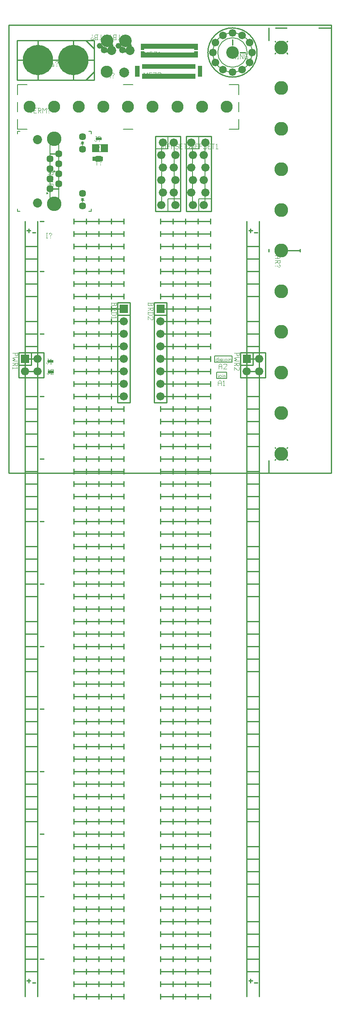
<source format=gbr>
G04 This is an RS-274x file exported by *
G04 gerbv version 2.7.0 *
G04 More information is available about gerbv at *
G04 http://gerbv.geda-project.org/ *
G04 --End of header info--*
%MOIN*%
%FSLAX36Y36*%
%IPPOS*%
G04 --Define apertures--*
%ADD10C,0.0100*%
%ADD11C,0.0060*%
%ADD12C,0.0250*%
%ADD13C,0.0080*%
%ADD14C,0.0040*%
%ADD15C,0.1043*%
%ADD16C,0.0945*%
%ADD17C,0.0551*%
%ADD18C,0.0906*%
%ADD19C,0.0600*%
%ADD20C,0.0512*%
%ADD21C,0.0669*%
%ADD22C,0.1102*%
%ADD23C,0.2362*%
%ADD24C,0.0394*%
%ADD25C,0.0472*%
%ADD26C,0.0001*%
%ADD27C,0.0886*%
%ADD28C,0.0787*%
%ADD29C,0.0630*%
%ADD30C,0.0380*%
%ADD31C,0.0354*%
%ADD32C,0.1870*%
%ADD33C,0.0197*%
%ADD34C,0.0492*%
%ADD35C,0.0295*%
%ADD36C,0.1103*%
%ADD37C,0.1005*%
%ADD38C,0.0611*%
%ADD39C,0.0966*%
%ADD40C,0.0660*%
%ADD41C,0.0572*%
%ADD42C,0.0960*%
%ADD43C,0.0729*%
%ADD44C,0.1162*%
%ADD45C,0.2422*%
%ADD46C,0.0454*%
%ADD47C,0.0532*%
%ADD48C,0.0200*%
%ADD49C,0.0890*%
%ADD50C,0.0790*%
%ADD51C,0.0390*%
%ADD52C,0.0350*%
%ADD53C,0.0510*%
%ADD54C,0.0940*%
%ADD55C,0.0490*%
%ADD56C,0.0300*%
G04 --Start main section--*
G54D10*
G01X1420000Y7360000D02*
G01X1420000Y6760000D01*
G01X1420000Y6760000D02*
G01X1620000Y6760000D01*
G01X1620000Y6760000D02*
G01X1620000Y7360000D01*
G01X1620000Y7360000D02*
G01X1420000Y7360000D01*
G54D11*
G01X1470000Y7310000D02*
G01X1470000Y6810000D01*
G01X1570000Y7310000D02*
G01X1570000Y6810000D01*
G01X1520000Y6760000D02*
G01X1520000Y6860000D01*
G01X1520000Y6860000D02*
G01X1620000Y6860000D01*
G01X1520000Y7260000D02*
G01X1420000Y7260000D01*
G01X1520000Y7260000D02*
G01X1520000Y7360000D01*
G01X1275000Y6860000D02*
G01X1275000Y6760000D01*
G01X1275000Y6860000D02*
G01X1375000Y6860000D01*
G01X1175000Y7260000D02*
G01X1275000Y7260000D01*
G01X1275000Y7360000D02*
G01X1275000Y7260000D01*
G01X1225000Y7310000D02*
G01X1225000Y6810000D01*
G01X1325000Y7310000D02*
G01X1325000Y6810000D01*
G54D10*
G01X1175000Y6760000D02*
G01X1375000Y6760000D01*
G01X1175000Y7360000D02*
G01X1175000Y6760000D01*
G01X1175000Y7360000D02*
G01X1375000Y7360000D01*
G01X1375000Y7360000D02*
G01X1375000Y6760000D01*
G01X1790000Y8132360D02*
G01X1790000Y8089060D01*
G01X1849060Y8030000D02*
G01X1892360Y8030000D01*
G54D11*
G01X1671890Y8030000D02*
G75*
G03X1790000Y7911890I0118110J0000000D01*
G01X1790000Y8148110D02*
G75*
G03X1671890Y8030000I0000000J-118110D01*
G01X1908110Y8030000D02*
G75*
G03X1790000Y8148110I-118110J0000000D01*
G01X1790000Y7911890D02*
G75*
G03X1908110Y8030000I0000000J0118110D01*
G01X1790000Y7872520D02*
G75*
G03X1947480Y8030000I0000000J0157480D01*
G01X1947480Y8030000D02*
G75*
G03X1790000Y8187480I-157480J0000000D01*
G01X1790000Y8187480D02*
G75*
G03X1632520Y8030000I0000000J-157480D01*
G01X1632520Y8030000D02*
G75*
G03X1790000Y7872520I0157480J0000000D01*
G54D10*
G01X1986850Y8030000D02*
G75*
G03X1790000Y8226850I-196850J0000000D01*
G01X1790000Y8226850D02*
G75*
G03X1593150Y8030000I0000000J-196850D01*
G01X1593150Y8030000D02*
G75*
G03X1790000Y7833150I0196850J0000000D01*
G01X1790000Y7833150D02*
G75*
G03X1986850Y8030000I0000000J0196850D01*
G01X0065710Y8127480D02*
G01X0065710Y7808580D01*
G01X0065710Y7808580D02*
G01X0683820Y7808580D01*
G01X0683820Y7808580D02*
G01X0683820Y8127480D01*
G01X0683820Y8127480D02*
G01X0065710Y8127480D01*
G01X0616890Y8127480D02*
G01X0683820Y8060550D01*
G01X0616890Y7808580D02*
G01X0683820Y7875510D01*
G01X0235000Y8127480D02*
G01X0235000Y7808580D01*
G01X0518460Y8127480D02*
G01X0518460Y7808580D01*
G01X0065710Y7970000D02*
G01X0683820Y7970000D01*
G54D12*
G01X0822830Y8086610D02*
G01X0822830Y8047240D01*
G01X0822830Y8086610D02*
G01X0787400Y8122050D01*
G01X0772910Y8042050D02*
G01X0822830Y8042050D01*
G01X0728350Y8082680D02*
G01X0732280Y8082680D01*
G01X0772910Y8042050D02*
G01X0732280Y8082680D01*
G01X0970470Y8086610D02*
G01X0970470Y8047240D01*
G01X0970470Y8086610D02*
G01X0935040Y8122050D01*
G01X0920550Y8042050D02*
G01X0970470Y8042050D01*
G01X0875980Y8082680D02*
G01X0879920Y8082680D01*
G01X0920550Y8042050D02*
G01X0879920Y8082680D01*
G54D11*
G01X0734070Y7160500D02*
G01X0742070Y7168500D01*
G01X0699070Y7160500D02*
G01X0734070Y7160500D01*
G01X0692070Y7167500D02*
G01X0699070Y7160500D01*
G01X0700070Y7200500D02*
G01X0693070Y7193500D01*
G01X0700070Y7200500D02*
G01X0735070Y7200500D01*
G01X0742070Y7193500D02*
G01X0735070Y7200500D01*
G54D13*
G01X0726070Y7292550D02*
G01X0733930Y7292550D01*
G01X0726070Y7237450D02*
G01X0733930Y7237450D01*
G54D11*
G01X0589800Y7320000D02*
G01X0589800Y7312130D01*
G01X0589800Y7298350D02*
G01X0589800Y7290470D01*
G01X0577990Y7298350D02*
G01X0601610Y7298350D01*
G01X0579960Y7312130D02*
G01X0599650Y7312130D01*
G01X0589800Y7302280D02*
G01X0579960Y7312130D01*
G01X0599650Y7312130D02*
G01X0589800Y7302280D01*
G01X0600390Y6859170D02*
G01X0590550Y6849330D01*
G01X0590550Y6849330D02*
G01X0580710Y6859170D01*
G01X0580710Y6859170D02*
G01X0600390Y6859170D01*
G01X0578740Y6845390D02*
G01X0602360Y6845390D01*
G01X0590550Y6845390D02*
G01X0590550Y6837520D01*
G01X0590550Y6867050D02*
G01X0590550Y6859170D01*
G54D10*
G01X0329570Y6940080D02*
G01X0400430Y6940080D01*
G01X0329570Y7219610D02*
G01X0400430Y7219610D01*
G54D11*
G01X0329570Y7296380D02*
G01X0329570Y6865280D01*
G01X0400430Y7296380D02*
G01X0400430Y6865280D01*
G01X0365000Y7087720D02*
G01X0365000Y7071970D01*
G01X0357130Y7079840D02*
G01X0372870Y7079840D01*
G01X0069720Y7398740D02*
G01X0089410Y7398740D01*
G01X0069720Y7398740D02*
G01X0069720Y7379060D01*
G01X0069720Y6760940D02*
G01X0089410Y6760940D01*
G01X0069720Y6780630D02*
G01X0069720Y6760940D01*
G01X0640590Y7398740D02*
G01X0660280Y7398740D01*
G01X0660280Y7398740D02*
G01X0660280Y7379060D01*
G01X0640590Y6760940D02*
G01X0660280Y6760940D01*
G01X0660280Y6780630D02*
G01X0660280Y6760940D01*
G01X0313820Y6908580D02*
G01X0303980Y6898740D01*
G01X0303980Y6908580D02*
G01X0313820Y6898740D01*
G01X0915630Y7772170D02*
G01X0994370Y7772170D01*
G01X0915630Y7417830D02*
G01X0994370Y7417830D01*
G01X0069170Y7634370D02*
G01X0069170Y7555630D01*
G01X1840830Y7634370D02*
G01X1840830Y7555630D01*
G01X1840830Y7772170D02*
G01X1840830Y7693430D01*
G01X1840830Y7772170D02*
G01X1762090Y7772170D01*
G01X1840830Y7417830D02*
G01X1840830Y7496570D01*
G01X1840830Y7417830D02*
G01X1762090Y7417830D01*
G01X0069170Y7772170D02*
G01X0147910Y7772170D01*
G01X0069170Y7772170D02*
G01X0069170Y7693430D01*
G01X0069170Y7417830D02*
G01X0069170Y7496570D01*
G01X0069170Y7417830D02*
G01X0147910Y7417830D01*
G54D10*
G01X2230000Y4770000D02*
G01X2225000Y4775000D01*
G01X2130000Y4870000D02*
G01X2135000Y4865000D01*
G01X2130000Y4770000D02*
G01X2135000Y4775000D01*
G01X2230000Y4870000D02*
G01X2225000Y4865000D01*
G01X2130000Y8120000D02*
G01X2135000Y8115000D01*
G01X2130000Y8020000D02*
G01X2135000Y8025000D01*
G01X2230000Y8120000D02*
G01X2225000Y8115000D01*
G01X2230000Y8020000D02*
G01X2225000Y8025000D01*
G01X2135000Y8225000D02*
G01X2225000Y8225000D01*
G01X2135000Y4665000D02*
G01X2225000Y4665000D01*
G01X2180000Y6445000D02*
G01X2330000Y6445000D01*
G01X2330000Y6455000D02*
G01X2330000Y6435000D01*
G01X2080000Y6455000D02*
G01X2080000Y6435000D01*
G01X2580000Y6455000D02*
G01X2580000Y6435000D01*
G01X2480000Y8225000D02*
G01X2580000Y8225000D01*
G01X2580000Y8225000D02*
G01X2580000Y8125000D01*
G01X2480000Y4665000D02*
G01X2580000Y4665000D01*
G01X2580000Y4765000D02*
G01X2580000Y4665000D01*
G01X2080000Y4765000D02*
G01X2080000Y4665000D01*
G01X2080000Y8225000D02*
G01X2080000Y8125000D01*
G01X0080000Y5630000D02*
G01X0080000Y5430000D01*
G01X0080000Y5430000D02*
G01X0280000Y5430000D01*
G01X0280000Y5430000D02*
G01X0280000Y5630000D01*
G01X0280000Y5630000D02*
G01X0080000Y5630000D01*
G01X0080000Y5530000D02*
G01X0180000Y5530000D01*
G01X0180000Y5530000D02*
G01X0180000Y5630000D01*
G01X1615000Y0500000D02*
G01X1615000Y0460000D01*
G01X1515000Y0500000D02*
G01X1515000Y0460000D01*
G01X1415000Y0500000D02*
G01X1415000Y0460000D01*
G01X1315000Y0500000D02*
G01X1315000Y0460000D01*
G01X1215000Y0500000D02*
G01X1215000Y0460000D01*
G01X0920000Y0500000D02*
G01X0920000Y0460000D01*
G01X0820000Y0500000D02*
G01X0820000Y0460000D01*
G01X0720000Y0500000D02*
G01X0720000Y0460000D01*
G01X0620000Y0500000D02*
G01X0620000Y0460000D01*
G01X0520000Y0500000D02*
G01X0520000Y0460000D01*
G01X1215000Y0480000D02*
G01X1615000Y0480000D01*
G01X0520000Y0480000D02*
G01X0920000Y0480000D01*
G01X1615000Y0600000D02*
G01X1615000Y0560000D01*
G01X1515000Y0600000D02*
G01X1515000Y0560000D01*
G01X1415000Y0600000D02*
G01X1415000Y0560000D01*
G01X1315000Y0600000D02*
G01X1315000Y0560000D01*
G01X1215000Y0600000D02*
G01X1215000Y0560000D01*
G01X0920000Y0600000D02*
G01X0920000Y0560000D01*
G01X0820000Y0600000D02*
G01X0820000Y0560000D01*
G01X0720000Y0600000D02*
G01X0720000Y0560000D01*
G01X0620000Y0600000D02*
G01X0620000Y0560000D01*
G01X0520000Y0600000D02*
G01X0520000Y0560000D01*
G01X1215000Y0580000D02*
G01X1615000Y0580000D01*
G01X0520000Y0580000D02*
G01X0920000Y0580000D01*
G01X1615000Y1000000D02*
G01X1615000Y0960000D01*
G01X1515000Y1000000D02*
G01X1515000Y0960000D01*
G01X1415000Y1000000D02*
G01X1415000Y0960000D01*
G01X1315000Y1000000D02*
G01X1315000Y0960000D01*
G01X1215000Y1000000D02*
G01X1215000Y0960000D01*
G01X0920000Y1000000D02*
G01X0920000Y0960000D01*
G01X0820000Y1000000D02*
G01X0820000Y0960000D01*
G01X0720000Y1000000D02*
G01X0720000Y0960000D01*
G01X0620000Y1000000D02*
G01X0620000Y0960000D01*
G01X0520000Y1000000D02*
G01X0520000Y0960000D01*
G01X1215000Y0980000D02*
G01X1615000Y0980000D01*
G01X0520000Y0980000D02*
G01X0920000Y0980000D01*
G01X0250000Y0780000D02*
G01X0280000Y0780000D01*
G01X0250000Y1280000D02*
G01X0280000Y1280000D01*
G01X0250000Y1780000D02*
G01X0280000Y1780000D01*
G01X0250000Y2280000D02*
G01X0280000Y2280000D01*
G01X0250000Y2780000D02*
G01X0280000Y2780000D01*
G01X0250000Y3280000D02*
G01X0280000Y3280000D01*
G01X0250000Y3780000D02*
G01X0280000Y3780000D01*
G01X0250000Y4280000D02*
G01X0280000Y4280000D01*
G01X0250000Y4780000D02*
G01X0280000Y4780000D01*
G01X0250000Y5280000D02*
G01X0280000Y5280000D01*
G01X0250000Y5780000D02*
G01X0280000Y5780000D01*
G01X0250000Y6280000D02*
G01X0280000Y6280000D01*
G01X0250000Y6680000D02*
G01X0280000Y6680000D01*
G01X1615000Y0700000D02*
G01X1615000Y0660000D01*
G01X1515000Y0700000D02*
G01X1515000Y0660000D01*
G01X1415000Y0700000D02*
G01X1415000Y0660000D01*
G01X1315000Y0700000D02*
G01X1315000Y0660000D01*
G01X1215000Y0700000D02*
G01X1215000Y0660000D01*
G01X0920000Y0700000D02*
G01X0920000Y0660000D01*
G01X0820000Y0700000D02*
G01X0820000Y0660000D01*
G01X0720000Y0700000D02*
G01X0720000Y0660000D01*
G01X0620000Y0700000D02*
G01X0620000Y0660000D01*
G01X0520000Y0700000D02*
G01X0520000Y0660000D01*
G01X1215000Y0680000D02*
G01X1615000Y0680000D01*
G01X0520000Y0680000D02*
G01X0920000Y0680000D01*
G01X1615000Y0800000D02*
G01X1615000Y0760000D01*
G01X1515000Y0800000D02*
G01X1515000Y0760000D01*
G01X1415000Y0800000D02*
G01X1415000Y0760000D01*
G01X1315000Y0800000D02*
G01X1315000Y0760000D01*
G01X1215000Y0800000D02*
G01X1215000Y0760000D01*
G01X0920000Y0800000D02*
G01X0920000Y0760000D01*
G01X0820000Y0800000D02*
G01X0820000Y0760000D01*
G01X0720000Y0800000D02*
G01X0720000Y0760000D01*
G01X0620000Y0800000D02*
G01X0620000Y0760000D01*
G01X0520000Y0800000D02*
G01X0520000Y0760000D01*
G01X1215000Y0780000D02*
G01X1615000Y0780000D01*
G01X0520000Y0780000D02*
G01X0920000Y0780000D01*
G01X1615000Y0900000D02*
G01X1615000Y0860000D01*
G01X1515000Y0900000D02*
G01X1515000Y0860000D01*
G01X1415000Y0900000D02*
G01X1415000Y0860000D01*
G01X1315000Y0900000D02*
G01X1315000Y0860000D01*
G01X1215000Y0900000D02*
G01X1215000Y0860000D01*
G01X0920000Y0900000D02*
G01X0920000Y0860000D01*
G01X0820000Y0900000D02*
G01X0820000Y0860000D01*
G01X0720000Y0900000D02*
G01X0720000Y0860000D01*
G01X0620000Y0900000D02*
G01X0620000Y0860000D01*
G01X0520000Y0900000D02*
G01X0520000Y0860000D01*
G01X1215000Y0880000D02*
G01X1615000Y0880000D01*
G01X0520000Y0880000D02*
G01X0920000Y0880000D01*
G01X1615000Y1100000D02*
G01X1615000Y1060000D01*
G01X1515000Y1100000D02*
G01X1515000Y1060000D01*
G01X1415000Y1100000D02*
G01X1415000Y1060000D01*
G01X1315000Y1100000D02*
G01X1315000Y1060000D01*
G01X1215000Y1100000D02*
G01X1215000Y1060000D01*
G01X0920000Y1100000D02*
G01X0920000Y1060000D01*
G01X0820000Y1100000D02*
G01X0820000Y1060000D01*
G01X0720000Y1100000D02*
G01X0720000Y1060000D01*
G01X0620000Y1100000D02*
G01X0620000Y1060000D01*
G01X0520000Y1100000D02*
G01X0520000Y1060000D01*
G01X1215000Y1080000D02*
G01X1615000Y1080000D01*
G01X0520000Y1080000D02*
G01X0920000Y1080000D01*
G01X1615000Y1200000D02*
G01X1615000Y1160000D01*
G01X1515000Y1200000D02*
G01X1515000Y1160000D01*
G01X1415000Y1200000D02*
G01X1415000Y1160000D01*
G01X1315000Y1200000D02*
G01X1315000Y1160000D01*
G01X1215000Y1200000D02*
G01X1215000Y1160000D01*
G01X0920000Y1200000D02*
G01X0920000Y1160000D01*
G01X0820000Y1200000D02*
G01X0820000Y1160000D01*
G01X0720000Y1200000D02*
G01X0720000Y1160000D01*
G01X0620000Y1200000D02*
G01X0620000Y1160000D01*
G01X0520000Y1200000D02*
G01X0520000Y1160000D01*
G01X1215000Y1180000D02*
G01X1615000Y1180000D01*
G01X0520000Y1180000D02*
G01X0920000Y1180000D01*
G01X1615000Y1300000D02*
G01X1615000Y1260000D01*
G01X1515000Y1300000D02*
G01X1515000Y1260000D01*
G01X1415000Y1300000D02*
G01X1415000Y1260000D01*
G01X1315000Y1300000D02*
G01X1315000Y1260000D01*
G01X1215000Y1300000D02*
G01X1215000Y1260000D01*
G01X0920000Y1300000D02*
G01X0920000Y1260000D01*
G01X0820000Y1300000D02*
G01X0820000Y1260000D01*
G01X0720000Y1300000D02*
G01X0720000Y1260000D01*
G01X0620000Y1300000D02*
G01X0620000Y1260000D01*
G01X0520000Y1300000D02*
G01X0520000Y1260000D01*
G01X1215000Y1280000D02*
G01X1615000Y1280000D01*
G01X0520000Y1280000D02*
G01X0920000Y1280000D01*
G01X1615000Y1400000D02*
G01X1615000Y1360000D01*
G01X1515000Y1400000D02*
G01X1515000Y1360000D01*
G01X1415000Y1400000D02*
G01X1415000Y1360000D01*
G01X1315000Y1400000D02*
G01X1315000Y1360000D01*
G01X1215000Y1400000D02*
G01X1215000Y1360000D01*
G01X0920000Y1400000D02*
G01X0920000Y1360000D01*
G01X0820000Y1400000D02*
G01X0820000Y1360000D01*
G01X0720000Y1400000D02*
G01X0720000Y1360000D01*
G01X0620000Y1400000D02*
G01X0620000Y1360000D01*
G01X0520000Y1400000D02*
G01X0520000Y1360000D01*
G01X1215000Y1380000D02*
G01X1615000Y1380000D01*
G01X0520000Y1380000D02*
G01X0920000Y1380000D01*
G01X1615000Y1500000D02*
G01X1615000Y1460000D01*
G01X1515000Y1500000D02*
G01X1515000Y1460000D01*
G01X1415000Y1500000D02*
G01X1415000Y1460000D01*
G01X1315000Y1500000D02*
G01X1315000Y1460000D01*
G01X1215000Y1500000D02*
G01X1215000Y1460000D01*
G01X0920000Y1500000D02*
G01X0920000Y1460000D01*
G01X0820000Y1500000D02*
G01X0820000Y1460000D01*
G01X0720000Y1500000D02*
G01X0720000Y1460000D01*
G01X0620000Y1500000D02*
G01X0620000Y1460000D01*
G01X0520000Y1500000D02*
G01X0520000Y1460000D01*
G01X1215000Y1480000D02*
G01X1615000Y1480000D01*
G01X0520000Y1480000D02*
G01X0920000Y1480000D01*
G01X1615000Y1600000D02*
G01X1615000Y1560000D01*
G01X1515000Y1600000D02*
G01X1515000Y1560000D01*
G01X1415000Y1600000D02*
G01X1415000Y1560000D01*
G01X1315000Y1600000D02*
G01X1315000Y1560000D01*
G01X1215000Y1600000D02*
G01X1215000Y1560000D01*
G01X0920000Y1600000D02*
G01X0920000Y1560000D01*
G01X0820000Y1600000D02*
G01X0820000Y1560000D01*
G01X0720000Y1600000D02*
G01X0720000Y1560000D01*
G01X0620000Y1600000D02*
G01X0620000Y1560000D01*
G01X0520000Y1600000D02*
G01X0520000Y1560000D01*
G01X1215000Y1580000D02*
G01X1615000Y1580000D01*
G01X0520000Y1580000D02*
G01X0920000Y1580000D01*
G01X1615000Y1700000D02*
G01X1615000Y1660000D01*
G01X1515000Y1700000D02*
G01X1515000Y1660000D01*
G01X1415000Y1700000D02*
G01X1415000Y1660000D01*
G01X1315000Y1700000D02*
G01X1315000Y1660000D01*
G01X1215000Y1700000D02*
G01X1215000Y1660000D01*
G01X0920000Y1700000D02*
G01X0920000Y1660000D01*
G01X0820000Y1700000D02*
G01X0820000Y1660000D01*
G01X0720000Y1700000D02*
G01X0720000Y1660000D01*
G01X0620000Y1700000D02*
G01X0620000Y1660000D01*
G01X0520000Y1700000D02*
G01X0520000Y1660000D01*
G01X1215000Y1680000D02*
G01X1615000Y1680000D01*
G01X0520000Y1680000D02*
G01X0920000Y1680000D01*
G01X1615000Y1800000D02*
G01X1615000Y1760000D01*
G01X1515000Y1800000D02*
G01X1515000Y1760000D01*
G01X1415000Y1800000D02*
G01X1415000Y1760000D01*
G01X1315000Y1800000D02*
G01X1315000Y1760000D01*
G01X1215000Y1800000D02*
G01X1215000Y1760000D01*
G01X0920000Y1800000D02*
G01X0920000Y1760000D01*
G01X0820000Y1800000D02*
G01X0820000Y1760000D01*
G01X0720000Y1800000D02*
G01X0720000Y1760000D01*
G01X0620000Y1800000D02*
G01X0620000Y1760000D01*
G01X0520000Y1800000D02*
G01X0520000Y1760000D01*
G01X1215000Y1780000D02*
G01X1615000Y1780000D01*
G01X0520000Y1780000D02*
G01X0920000Y1780000D01*
G01X1615000Y1900000D02*
G01X1615000Y1860000D01*
G01X1515000Y1900000D02*
G01X1515000Y1860000D01*
G01X1415000Y1900000D02*
G01X1415000Y1860000D01*
G01X1315000Y1900000D02*
G01X1315000Y1860000D01*
G01X1215000Y1900000D02*
G01X1215000Y1860000D01*
G01X0920000Y1900000D02*
G01X0920000Y1860000D01*
G01X0820000Y1900000D02*
G01X0820000Y1860000D01*
G01X0720000Y1900000D02*
G01X0720000Y1860000D01*
G01X0620000Y1900000D02*
G01X0620000Y1860000D01*
G01X0520000Y1900000D02*
G01X0520000Y1860000D01*
G01X1215000Y1880000D02*
G01X1615000Y1880000D01*
G01X0520000Y1880000D02*
G01X0920000Y1880000D01*
G01X1615000Y2000000D02*
G01X1615000Y1960000D01*
G01X1515000Y2000000D02*
G01X1515000Y1960000D01*
G01X1415000Y2000000D02*
G01X1415000Y1960000D01*
G01X1315000Y2000000D02*
G01X1315000Y1960000D01*
G01X1215000Y2000000D02*
G01X1215000Y1960000D01*
G01X0920000Y2000000D02*
G01X0920000Y1960000D01*
G01X0820000Y2000000D02*
G01X0820000Y1960000D01*
G01X0720000Y2000000D02*
G01X0720000Y1960000D01*
G01X0620000Y2000000D02*
G01X0620000Y1960000D01*
G01X0520000Y2000000D02*
G01X0520000Y1960000D01*
G01X1215000Y1980000D02*
G01X1615000Y1980000D01*
G01X0520000Y1980000D02*
G01X0920000Y1980000D01*
G01X1615000Y2100000D02*
G01X1615000Y2060000D01*
G01X1515000Y2100000D02*
G01X1515000Y2060000D01*
G01X1415000Y2100000D02*
G01X1415000Y2060000D01*
G01X1315000Y2100000D02*
G01X1315000Y2060000D01*
G01X1215000Y2100000D02*
G01X1215000Y2060000D01*
G01X0920000Y2100000D02*
G01X0920000Y2060000D01*
G01X0820000Y2100000D02*
G01X0820000Y2060000D01*
G01X0720000Y2100000D02*
G01X0720000Y2060000D01*
G01X0620000Y2100000D02*
G01X0620000Y2060000D01*
G01X0520000Y2100000D02*
G01X0520000Y2060000D01*
G01X1215000Y2080000D02*
G01X1615000Y2080000D01*
G01X0520000Y2080000D02*
G01X0920000Y2080000D01*
G01X1615000Y2200000D02*
G01X1615000Y2160000D01*
G01X1515000Y2200000D02*
G01X1515000Y2160000D01*
G01X1415000Y2200000D02*
G01X1415000Y2160000D01*
G01X1315000Y2200000D02*
G01X1315000Y2160000D01*
G01X1215000Y2200000D02*
G01X1215000Y2160000D01*
G01X0920000Y2200000D02*
G01X0920000Y2160000D01*
G01X0820000Y2200000D02*
G01X0820000Y2160000D01*
G01X0720000Y2200000D02*
G01X0720000Y2160000D01*
G01X0620000Y2200000D02*
G01X0620000Y2160000D01*
G01X0520000Y2200000D02*
G01X0520000Y2160000D01*
G01X1215000Y2180000D02*
G01X1615000Y2180000D01*
G01X0520000Y2180000D02*
G01X0920000Y2180000D01*
G01X1615000Y2300000D02*
G01X1615000Y2260000D01*
G01X1515000Y2300000D02*
G01X1515000Y2260000D01*
G01X1415000Y2300000D02*
G01X1415000Y2260000D01*
G01X1315000Y2300000D02*
G01X1315000Y2260000D01*
G01X1215000Y2300000D02*
G01X1215000Y2260000D01*
G01X0920000Y2300000D02*
G01X0920000Y2260000D01*
G01X0820000Y2300000D02*
G01X0820000Y2260000D01*
G01X0720000Y2300000D02*
G01X0720000Y2260000D01*
G01X0620000Y2300000D02*
G01X0620000Y2260000D01*
G01X0520000Y2300000D02*
G01X0520000Y2260000D01*
G01X1215000Y2280000D02*
G01X1615000Y2280000D01*
G01X0520000Y2280000D02*
G01X0920000Y2280000D01*
G01X1615000Y2400000D02*
G01X1615000Y2360000D01*
G01X1515000Y2400000D02*
G01X1515000Y2360000D01*
G01X1415000Y2400000D02*
G01X1415000Y2360000D01*
G01X1315000Y2400000D02*
G01X1315000Y2360000D01*
G01X1215000Y2400000D02*
G01X1215000Y2360000D01*
G01X0920000Y2400000D02*
G01X0920000Y2360000D01*
G01X0820000Y2400000D02*
G01X0820000Y2360000D01*
G01X0720000Y2400000D02*
G01X0720000Y2360000D01*
G01X0620000Y2400000D02*
G01X0620000Y2360000D01*
G01X0520000Y2400000D02*
G01X0520000Y2360000D01*
G01X1215000Y2380000D02*
G01X1615000Y2380000D01*
G01X0520000Y2380000D02*
G01X0920000Y2380000D01*
G01X1615000Y2500000D02*
G01X1615000Y2460000D01*
G01X1515000Y2500000D02*
G01X1515000Y2460000D01*
G01X1415000Y2500000D02*
G01X1415000Y2460000D01*
G01X1315000Y2500000D02*
G01X1315000Y2460000D01*
G01X1215000Y2500000D02*
G01X1215000Y2460000D01*
G01X0920000Y2500000D02*
G01X0920000Y2460000D01*
G01X0820000Y2500000D02*
G01X0820000Y2460000D01*
G01X0720000Y2500000D02*
G01X0720000Y2460000D01*
G01X0620000Y2500000D02*
G01X0620000Y2460000D01*
G01X0520000Y2500000D02*
G01X0520000Y2460000D01*
G01X1215000Y2480000D02*
G01X1615000Y2480000D01*
G01X0520000Y2480000D02*
G01X0920000Y2480000D01*
G01X1615000Y2600000D02*
G01X1615000Y2560000D01*
G01X1515000Y2600000D02*
G01X1515000Y2560000D01*
G01X1415000Y2600000D02*
G01X1415000Y2560000D01*
G01X1315000Y2600000D02*
G01X1315000Y2560000D01*
G01X1215000Y2600000D02*
G01X1215000Y2560000D01*
G01X0920000Y2600000D02*
G01X0920000Y2560000D01*
G01X0820000Y2600000D02*
G01X0820000Y2560000D01*
G01X0720000Y2600000D02*
G01X0720000Y2560000D01*
G01X0620000Y2600000D02*
G01X0620000Y2560000D01*
G01X0520000Y2600000D02*
G01X0520000Y2560000D01*
G01X1215000Y2580000D02*
G01X1615000Y2580000D01*
G01X0520000Y2580000D02*
G01X0920000Y2580000D01*
G01X1615000Y2700000D02*
G01X1615000Y2660000D01*
G01X1515000Y2700000D02*
G01X1515000Y2660000D01*
G01X1415000Y2700000D02*
G01X1415000Y2660000D01*
G01X1315000Y2700000D02*
G01X1315000Y2660000D01*
G01X1215000Y2700000D02*
G01X1215000Y2660000D01*
G01X0920000Y2700000D02*
G01X0920000Y2660000D01*
G01X0820000Y2700000D02*
G01X0820000Y2660000D01*
G01X0720000Y2700000D02*
G01X0720000Y2660000D01*
G01X0620000Y2700000D02*
G01X0620000Y2660000D01*
G01X0520000Y2700000D02*
G01X0520000Y2660000D01*
G01X1215000Y2680000D02*
G01X1615000Y2680000D01*
G01X0520000Y2680000D02*
G01X0920000Y2680000D01*
G01X1615000Y2800000D02*
G01X1615000Y2760000D01*
G01X1515000Y2800000D02*
G01X1515000Y2760000D01*
G01X1415000Y2800000D02*
G01X1415000Y2760000D01*
G01X1315000Y2800000D02*
G01X1315000Y2760000D01*
G01X1215000Y2800000D02*
G01X1215000Y2760000D01*
G01X0920000Y2800000D02*
G01X0920000Y2760000D01*
G01X0820000Y2800000D02*
G01X0820000Y2760000D01*
G01X0720000Y2800000D02*
G01X0720000Y2760000D01*
G01X0620000Y2800000D02*
G01X0620000Y2760000D01*
G01X0520000Y2800000D02*
G01X0520000Y2760000D01*
G01X1215000Y2780000D02*
G01X1615000Y2780000D01*
G01X0520000Y2780000D02*
G01X0920000Y2780000D01*
G01X1615000Y2900000D02*
G01X1615000Y2860000D01*
G01X1515000Y2900000D02*
G01X1515000Y2860000D01*
G01X1415000Y2900000D02*
G01X1415000Y2860000D01*
G01X1315000Y2900000D02*
G01X1315000Y2860000D01*
G01X1215000Y2900000D02*
G01X1215000Y2860000D01*
G01X0920000Y2900000D02*
G01X0920000Y2860000D01*
G01X0820000Y2900000D02*
G01X0820000Y2860000D01*
G01X0720000Y2900000D02*
G01X0720000Y2860000D01*
G01X0620000Y2900000D02*
G01X0620000Y2860000D01*
G01X0520000Y2900000D02*
G01X0520000Y2860000D01*
G01X1215000Y2880000D02*
G01X1615000Y2880000D01*
G01X0520000Y2880000D02*
G01X0920000Y2880000D01*
G01X1615000Y3000000D02*
G01X1615000Y2960000D01*
G01X1515000Y3000000D02*
G01X1515000Y2960000D01*
G01X1415000Y3000000D02*
G01X1415000Y2960000D01*
G01X1315000Y3000000D02*
G01X1315000Y2960000D01*
G01X1215000Y3000000D02*
G01X1215000Y2960000D01*
G01X0920000Y3000000D02*
G01X0920000Y2960000D01*
G01X0820000Y3000000D02*
G01X0820000Y2960000D01*
G01X0720000Y3000000D02*
G01X0720000Y2960000D01*
G01X0620000Y3000000D02*
G01X0620000Y2960000D01*
G01X0520000Y3000000D02*
G01X0520000Y2960000D01*
G01X1215000Y2980000D02*
G01X1615000Y2980000D01*
G01X0520000Y2980000D02*
G01X0920000Y2980000D01*
G01X1615000Y3100000D02*
G01X1615000Y3060000D01*
G01X1515000Y3100000D02*
G01X1515000Y3060000D01*
G01X1415000Y3100000D02*
G01X1415000Y3060000D01*
G01X1315000Y3100000D02*
G01X1315000Y3060000D01*
G01X1215000Y3100000D02*
G01X1215000Y3060000D01*
G01X0920000Y3100000D02*
G01X0920000Y3060000D01*
G01X0820000Y3100000D02*
G01X0820000Y3060000D01*
G01X0720000Y3100000D02*
G01X0720000Y3060000D01*
G01X0620000Y3100000D02*
G01X0620000Y3060000D01*
G01X0520000Y3100000D02*
G01X0520000Y3060000D01*
G01X1215000Y3080000D02*
G01X1615000Y3080000D01*
G01X0520000Y3080000D02*
G01X0920000Y3080000D01*
G01X1615000Y3200000D02*
G01X1615000Y3160000D01*
G01X1515000Y3200000D02*
G01X1515000Y3160000D01*
G01X1415000Y3200000D02*
G01X1415000Y3160000D01*
G01X1315000Y3200000D02*
G01X1315000Y3160000D01*
G01X1215000Y3200000D02*
G01X1215000Y3160000D01*
G01X0920000Y3200000D02*
G01X0920000Y3160000D01*
G01X0820000Y3200000D02*
G01X0820000Y3160000D01*
G01X0720000Y3200000D02*
G01X0720000Y3160000D01*
G01X0620000Y3200000D02*
G01X0620000Y3160000D01*
G01X0520000Y3200000D02*
G01X0520000Y3160000D01*
G01X1215000Y3180000D02*
G01X1615000Y3180000D01*
G01X0520000Y3180000D02*
G01X0920000Y3180000D01*
G01X1615000Y3300000D02*
G01X1615000Y3260000D01*
G01X1515000Y3300000D02*
G01X1515000Y3260000D01*
G01X1415000Y3300000D02*
G01X1415000Y3260000D01*
G01X1315000Y3300000D02*
G01X1315000Y3260000D01*
G01X1215000Y3300000D02*
G01X1215000Y3260000D01*
G01X0920000Y3300000D02*
G01X0920000Y3260000D01*
G01X0820000Y3300000D02*
G01X0820000Y3260000D01*
G01X0720000Y3300000D02*
G01X0720000Y3260000D01*
G01X0620000Y3300000D02*
G01X0620000Y3260000D01*
G01X0520000Y3300000D02*
G01X0520000Y3260000D01*
G01X1215000Y3280000D02*
G01X1615000Y3280000D01*
G01X0520000Y3280000D02*
G01X0920000Y3280000D01*
G01X1615000Y3400000D02*
G01X1615000Y3360000D01*
G01X1515000Y3400000D02*
G01X1515000Y3360000D01*
G01X1415000Y3400000D02*
G01X1415000Y3360000D01*
G01X1315000Y3400000D02*
G01X1315000Y3360000D01*
G01X1215000Y3400000D02*
G01X1215000Y3360000D01*
G01X0920000Y3400000D02*
G01X0920000Y3360000D01*
G01X0820000Y3400000D02*
G01X0820000Y3360000D01*
G01X0720000Y3400000D02*
G01X0720000Y3360000D01*
G01X0620000Y3400000D02*
G01X0620000Y3360000D01*
G01X0520000Y3400000D02*
G01X0520000Y3360000D01*
G01X1215000Y3380000D02*
G01X1615000Y3380000D01*
G01X0520000Y3380000D02*
G01X0920000Y3380000D01*
G01X1615000Y3500000D02*
G01X1615000Y3460000D01*
G01X1515000Y3500000D02*
G01X1515000Y3460000D01*
G01X1415000Y3500000D02*
G01X1415000Y3460000D01*
G01X1315000Y3500000D02*
G01X1315000Y3460000D01*
G01X1215000Y3500000D02*
G01X1215000Y3460000D01*
G01X0920000Y3500000D02*
G01X0920000Y3460000D01*
G01X0820000Y3500000D02*
G01X0820000Y3460000D01*
G01X0720000Y3500000D02*
G01X0720000Y3460000D01*
G01X0620000Y3500000D02*
G01X0620000Y3460000D01*
G01X0520000Y3500000D02*
G01X0520000Y3460000D01*
G01X1215000Y3480000D02*
G01X1615000Y3480000D01*
G01X0520000Y3480000D02*
G01X0920000Y3480000D01*
G01X1615000Y3600000D02*
G01X1615000Y3560000D01*
G01X1515000Y3600000D02*
G01X1515000Y3560000D01*
G01X1415000Y3600000D02*
G01X1415000Y3560000D01*
G01X1315000Y3600000D02*
G01X1315000Y3560000D01*
G01X1215000Y3600000D02*
G01X1215000Y3560000D01*
G01X0920000Y3600000D02*
G01X0920000Y3560000D01*
G01X0820000Y3600000D02*
G01X0820000Y3560000D01*
G01X0720000Y3600000D02*
G01X0720000Y3560000D01*
G01X0620000Y3600000D02*
G01X0620000Y3560000D01*
G01X0520000Y3600000D02*
G01X0520000Y3560000D01*
G01X1215000Y3580000D02*
G01X1615000Y3580000D01*
G01X0520000Y3580000D02*
G01X0920000Y3580000D01*
G01X1615000Y3700000D02*
G01X1615000Y3660000D01*
G01X1515000Y3700000D02*
G01X1515000Y3660000D01*
G01X1415000Y3700000D02*
G01X1415000Y3660000D01*
G01X1315000Y3700000D02*
G01X1315000Y3660000D01*
G01X1215000Y3700000D02*
G01X1215000Y3660000D01*
G01X0920000Y3700000D02*
G01X0920000Y3660000D01*
G01X0820000Y3700000D02*
G01X0820000Y3660000D01*
G01X0720000Y3700000D02*
G01X0720000Y3660000D01*
G01X0620000Y3700000D02*
G01X0620000Y3660000D01*
G01X0520000Y3700000D02*
G01X0520000Y3660000D01*
G01X1215000Y3680000D02*
G01X1615000Y3680000D01*
G01X0520000Y3680000D02*
G01X0920000Y3680000D01*
G01X1615000Y3800000D02*
G01X1615000Y3760000D01*
G01X1515000Y3800000D02*
G01X1515000Y3760000D01*
G01X1415000Y3800000D02*
G01X1415000Y3760000D01*
G01X1315000Y3800000D02*
G01X1315000Y3760000D01*
G01X1215000Y3800000D02*
G01X1215000Y3760000D01*
G01X0920000Y3800000D02*
G01X0920000Y3760000D01*
G01X0820000Y3800000D02*
G01X0820000Y3760000D01*
G01X0720000Y3800000D02*
G01X0720000Y3760000D01*
G01X0620000Y3800000D02*
G01X0620000Y3760000D01*
G01X0520000Y3800000D02*
G01X0520000Y3760000D01*
G01X1215000Y3780000D02*
G01X1615000Y3780000D01*
G01X0520000Y3780000D02*
G01X0920000Y3780000D01*
G01X1615000Y3900000D02*
G01X1615000Y3860000D01*
G01X1515000Y3900000D02*
G01X1515000Y3860000D01*
G01X1415000Y3900000D02*
G01X1415000Y3860000D01*
G01X1315000Y3900000D02*
G01X1315000Y3860000D01*
G01X1215000Y3900000D02*
G01X1215000Y3860000D01*
G01X0920000Y3900000D02*
G01X0920000Y3860000D01*
G01X0820000Y3900000D02*
G01X0820000Y3860000D01*
G01X0720000Y3900000D02*
G01X0720000Y3860000D01*
G01X0620000Y3900000D02*
G01X0620000Y3860000D01*
G01X0520000Y3900000D02*
G01X0520000Y3860000D01*
G01X1215000Y3880000D02*
G01X1615000Y3880000D01*
G01X0520000Y3880000D02*
G01X0920000Y3880000D01*
G01X1615000Y4000000D02*
G01X1615000Y3960000D01*
G01X1515000Y4000000D02*
G01X1515000Y3960000D01*
G01X1415000Y4000000D02*
G01X1415000Y3960000D01*
G01X1315000Y4000000D02*
G01X1315000Y3960000D01*
G01X1215000Y4000000D02*
G01X1215000Y3960000D01*
G01X0920000Y4000000D02*
G01X0920000Y3960000D01*
G01X0820000Y4000000D02*
G01X0820000Y3960000D01*
G01X0720000Y4000000D02*
G01X0720000Y3960000D01*
G01X0620000Y4000000D02*
G01X0620000Y3960000D01*
G01X0520000Y4000000D02*
G01X0520000Y3960000D01*
G01X1215000Y3980000D02*
G01X1615000Y3980000D01*
G01X0520000Y3980000D02*
G01X0920000Y3980000D01*
G01X1615000Y4100000D02*
G01X1615000Y4060000D01*
G01X1515000Y4100000D02*
G01X1515000Y4060000D01*
G01X1415000Y4100000D02*
G01X1415000Y4060000D01*
G01X1315000Y4100000D02*
G01X1315000Y4060000D01*
G01X1215000Y4100000D02*
G01X1215000Y4060000D01*
G01X0920000Y4100000D02*
G01X0920000Y4060000D01*
G01X0820000Y4100000D02*
G01X0820000Y4060000D01*
G01X0720000Y4100000D02*
G01X0720000Y4060000D01*
G01X0620000Y4100000D02*
G01X0620000Y4060000D01*
G01X0520000Y4100000D02*
G01X0520000Y4060000D01*
G01X1215000Y4080000D02*
G01X1615000Y4080000D01*
G01X0520000Y4080000D02*
G01X0920000Y4080000D01*
G01X1615000Y4200000D02*
G01X1615000Y4160000D01*
G01X1515000Y4200000D02*
G01X1515000Y4160000D01*
G01X1415000Y4200000D02*
G01X1415000Y4160000D01*
G01X1315000Y4200000D02*
G01X1315000Y4160000D01*
G01X1215000Y4200000D02*
G01X1215000Y4160000D01*
G01X0920000Y4200000D02*
G01X0920000Y4160000D01*
G01X0820000Y4200000D02*
G01X0820000Y4160000D01*
G01X0720000Y4200000D02*
G01X0720000Y4160000D01*
G01X0620000Y4200000D02*
G01X0620000Y4160000D01*
G01X0520000Y4200000D02*
G01X0520000Y4160000D01*
G01X1215000Y4180000D02*
G01X1615000Y4180000D01*
G01X0520000Y4180000D02*
G01X0920000Y4180000D01*
G01X1615000Y4300000D02*
G01X1615000Y4260000D01*
G01X1515000Y4300000D02*
G01X1515000Y4260000D01*
G01X1415000Y4300000D02*
G01X1415000Y4260000D01*
G01X1315000Y4300000D02*
G01X1315000Y4260000D01*
G01X1215000Y4300000D02*
G01X1215000Y4260000D01*
G01X0920000Y4300000D02*
G01X0920000Y4260000D01*
G01X0820000Y4300000D02*
G01X0820000Y4260000D01*
G01X0720000Y4300000D02*
G01X0720000Y4260000D01*
G01X0620000Y4300000D02*
G01X0620000Y4260000D01*
G01X0520000Y4300000D02*
G01X0520000Y4260000D01*
G01X1215000Y4280000D02*
G01X1615000Y4280000D01*
G01X0520000Y4280000D02*
G01X0920000Y4280000D01*
G01X1615000Y4400000D02*
G01X1615000Y4360000D01*
G01X1515000Y4400000D02*
G01X1515000Y4360000D01*
G01X1415000Y4400000D02*
G01X1415000Y4360000D01*
G01X1315000Y4400000D02*
G01X1315000Y4360000D01*
G01X1215000Y4400000D02*
G01X1215000Y4360000D01*
G01X0920000Y4400000D02*
G01X0920000Y4360000D01*
G01X0820000Y4400000D02*
G01X0820000Y4360000D01*
G01X0720000Y4400000D02*
G01X0720000Y4360000D01*
G01X0620000Y4400000D02*
G01X0620000Y4360000D01*
G01X0520000Y4400000D02*
G01X0520000Y4360000D01*
G01X1215000Y4380000D02*
G01X1615000Y4380000D01*
G01X0520000Y4380000D02*
G01X0920000Y4380000D01*
G01X1615000Y4500000D02*
G01X1615000Y4460000D01*
G01X1515000Y4500000D02*
G01X1515000Y4460000D01*
G01X1415000Y4500000D02*
G01X1415000Y4460000D01*
G01X1315000Y4500000D02*
G01X1315000Y4460000D01*
G01X1215000Y4500000D02*
G01X1215000Y4460000D01*
G01X0920000Y4500000D02*
G01X0920000Y4460000D01*
G01X0820000Y4500000D02*
G01X0820000Y4460000D01*
G01X0720000Y4500000D02*
G01X0720000Y4460000D01*
G01X0620000Y4500000D02*
G01X0620000Y4460000D01*
G01X0520000Y4500000D02*
G01X0520000Y4460000D01*
G01X1215000Y4480000D02*
G01X1615000Y4480000D01*
G01X0520000Y4480000D02*
G01X0920000Y4480000D01*
G01X1615000Y4600000D02*
G01X1615000Y4560000D01*
G01X1515000Y4600000D02*
G01X1515000Y4560000D01*
G01X1415000Y4600000D02*
G01X1415000Y4560000D01*
G01X1315000Y4600000D02*
G01X1315000Y4560000D01*
G01X1215000Y4600000D02*
G01X1215000Y4560000D01*
G01X0920000Y4600000D02*
G01X0920000Y4560000D01*
G01X0820000Y4600000D02*
G01X0820000Y4560000D01*
G01X0720000Y4600000D02*
G01X0720000Y4560000D01*
G01X0620000Y4600000D02*
G01X0620000Y4560000D01*
G01X0520000Y4600000D02*
G01X0520000Y4560000D01*
G01X1215000Y4580000D02*
G01X1615000Y4580000D01*
G01X0520000Y4580000D02*
G01X0920000Y4580000D01*
G01X1615000Y4700000D02*
G01X1615000Y4660000D01*
G01X1515000Y4700000D02*
G01X1515000Y4660000D01*
G01X1415000Y4700000D02*
G01X1415000Y4660000D01*
G01X1315000Y4700000D02*
G01X1315000Y4660000D01*
G01X1215000Y4700000D02*
G01X1215000Y4660000D01*
G01X0920000Y4700000D02*
G01X0920000Y4660000D01*
G01X0820000Y4700000D02*
G01X0820000Y4660000D01*
G01X0720000Y4700000D02*
G01X0720000Y4660000D01*
G01X0620000Y4700000D02*
G01X0620000Y4660000D01*
G01X0520000Y4700000D02*
G01X0520000Y4660000D01*
G01X1215000Y4680000D02*
G01X1615000Y4680000D01*
G01X0520000Y4680000D02*
G01X0920000Y4680000D01*
G01X1615000Y4800000D02*
G01X1615000Y4760000D01*
G01X1515000Y4800000D02*
G01X1515000Y4760000D01*
G01X1415000Y4800000D02*
G01X1415000Y4760000D01*
G01X1315000Y4800000D02*
G01X1315000Y4760000D01*
G01X1215000Y4800000D02*
G01X1215000Y4760000D01*
G01X0920000Y4800000D02*
G01X0920000Y4760000D01*
G01X0820000Y4800000D02*
G01X0820000Y4760000D01*
G01X0720000Y4800000D02*
G01X0720000Y4760000D01*
G01X0620000Y4800000D02*
G01X0620000Y4760000D01*
G01X0520000Y4800000D02*
G01X0520000Y4760000D01*
G01X1215000Y4780000D02*
G01X1615000Y4780000D01*
G01X0520000Y4780000D02*
G01X0920000Y4780000D01*
G01X1615000Y4900000D02*
G01X1615000Y4860000D01*
G01X1515000Y4900000D02*
G01X1515000Y4860000D01*
G01X1415000Y4900000D02*
G01X1415000Y4860000D01*
G01X1315000Y4900000D02*
G01X1315000Y4860000D01*
G01X1215000Y4900000D02*
G01X1215000Y4860000D01*
G01X0920000Y4900000D02*
G01X0920000Y4860000D01*
G01X0820000Y4900000D02*
G01X0820000Y4860000D01*
G01X0720000Y4900000D02*
G01X0720000Y4860000D01*
G01X0620000Y4900000D02*
G01X0620000Y4860000D01*
G01X0520000Y4900000D02*
G01X0520000Y4860000D01*
G01X1215000Y4880000D02*
G01X1615000Y4880000D01*
G01X0520000Y4880000D02*
G01X0920000Y4880000D01*
G01X1615000Y5000000D02*
G01X1615000Y4960000D01*
G01X1515000Y5000000D02*
G01X1515000Y4960000D01*
G01X1415000Y5000000D02*
G01X1415000Y4960000D01*
G01X1315000Y5000000D02*
G01X1315000Y4960000D01*
G01X1215000Y5000000D02*
G01X1215000Y4960000D01*
G01X0920000Y5000000D02*
G01X0920000Y4960000D01*
G01X0820000Y5000000D02*
G01X0820000Y4960000D01*
G01X0720000Y5000000D02*
G01X0720000Y4960000D01*
G01X0620000Y5000000D02*
G01X0620000Y4960000D01*
G01X0520000Y5000000D02*
G01X0520000Y4960000D01*
G01X1215000Y4980000D02*
G01X1615000Y4980000D01*
G01X0520000Y4980000D02*
G01X0920000Y4980000D01*
G01X1615000Y5100000D02*
G01X1615000Y5060000D01*
G01X1515000Y5100000D02*
G01X1515000Y5060000D01*
G01X1415000Y5100000D02*
G01X1415000Y5060000D01*
G01X1315000Y5100000D02*
G01X1315000Y5060000D01*
G01X1215000Y5100000D02*
G01X1215000Y5060000D01*
G01X0920000Y5100000D02*
G01X0920000Y5060000D01*
G01X0820000Y5100000D02*
G01X0820000Y5060000D01*
G01X0720000Y5100000D02*
G01X0720000Y5060000D01*
G01X0620000Y5100000D02*
G01X0620000Y5060000D01*
G01X0520000Y5100000D02*
G01X0520000Y5060000D01*
G01X1215000Y5080000D02*
G01X1615000Y5080000D01*
G01X0520000Y5080000D02*
G01X0920000Y5080000D01*
G01X1615000Y5200000D02*
G01X1615000Y5160000D01*
G01X1515000Y5200000D02*
G01X1515000Y5160000D01*
G01X1415000Y5200000D02*
G01X1415000Y5160000D01*
G01X1315000Y5200000D02*
G01X1315000Y5160000D01*
G01X1215000Y5200000D02*
G01X1215000Y5160000D01*
G01X0920000Y5200000D02*
G01X0920000Y5160000D01*
G01X0820000Y5200000D02*
G01X0820000Y5160000D01*
G01X0720000Y5200000D02*
G01X0720000Y5160000D01*
G01X0620000Y5200000D02*
G01X0620000Y5160000D01*
G01X0520000Y5200000D02*
G01X0520000Y5160000D01*
G01X1215000Y5180000D02*
G01X1615000Y5180000D01*
G01X0520000Y5180000D02*
G01X0920000Y5180000D01*
G01X1615000Y5300000D02*
G01X1615000Y5260000D01*
G01X1515000Y5300000D02*
G01X1515000Y5260000D01*
G01X1415000Y5300000D02*
G01X1415000Y5260000D01*
G01X1315000Y5300000D02*
G01X1315000Y5260000D01*
G01X1215000Y5300000D02*
G01X1215000Y5260000D01*
G01X0920000Y5300000D02*
G01X0920000Y5260000D01*
G01X0820000Y5300000D02*
G01X0820000Y5260000D01*
G01X0720000Y5300000D02*
G01X0720000Y5260000D01*
G01X0620000Y5300000D02*
G01X0620000Y5260000D01*
G01X0520000Y5300000D02*
G01X0520000Y5260000D01*
G01X1215000Y5280000D02*
G01X1615000Y5280000D01*
G01X0520000Y5280000D02*
G01X0920000Y5280000D01*
G01X1615000Y5400000D02*
G01X1615000Y5360000D01*
G01X1515000Y5400000D02*
G01X1515000Y5360000D01*
G01X1415000Y5400000D02*
G01X1415000Y5360000D01*
G01X1315000Y5400000D02*
G01X1315000Y5360000D01*
G01X1215000Y5400000D02*
G01X1215000Y5360000D01*
G01X0920000Y5400000D02*
G01X0920000Y5360000D01*
G01X0820000Y5400000D02*
G01X0820000Y5360000D01*
G01X0720000Y5400000D02*
G01X0720000Y5360000D01*
G01X0620000Y5400000D02*
G01X0620000Y5360000D01*
G01X0520000Y5400000D02*
G01X0520000Y5360000D01*
G01X1215000Y5380000D02*
G01X1615000Y5380000D01*
G01X0520000Y5380000D02*
G01X0920000Y5380000D01*
G01X1615000Y5500000D02*
G01X1615000Y5460000D01*
G01X1515000Y5500000D02*
G01X1515000Y5460000D01*
G01X1415000Y5500000D02*
G01X1415000Y5460000D01*
G01X1315000Y5500000D02*
G01X1315000Y5460000D01*
G01X1215000Y5500000D02*
G01X1215000Y5460000D01*
G01X0920000Y5500000D02*
G01X0920000Y5460000D01*
G01X0820000Y5500000D02*
G01X0820000Y5460000D01*
G01X0720000Y5500000D02*
G01X0720000Y5460000D01*
G01X0620000Y5500000D02*
G01X0620000Y5460000D01*
G01X0520000Y5500000D02*
G01X0520000Y5460000D01*
G01X1215000Y5480000D02*
G01X1615000Y5480000D01*
G01X0520000Y5480000D02*
G01X0920000Y5480000D01*
G01X1615000Y5600000D02*
G01X1615000Y5560000D01*
G01X1515000Y5600000D02*
G01X1515000Y5560000D01*
G01X1415000Y5600000D02*
G01X1415000Y5560000D01*
G01X1315000Y5600000D02*
G01X1315000Y5560000D01*
G01X1215000Y5600000D02*
G01X1215000Y5560000D01*
G01X0920000Y5600000D02*
G01X0920000Y5560000D01*
G01X0820000Y5600000D02*
G01X0820000Y5560000D01*
G01X0720000Y5600000D02*
G01X0720000Y5560000D01*
G01X0620000Y5600000D02*
G01X0620000Y5560000D01*
G01X0520000Y5600000D02*
G01X0520000Y5560000D01*
G01X1215000Y5580000D02*
G01X1615000Y5580000D01*
G01X0520000Y5580000D02*
G01X0920000Y5580000D01*
G01X1615000Y5700000D02*
G01X1615000Y5660000D01*
G01X1515000Y5700000D02*
G01X1515000Y5660000D01*
G01X1415000Y5700000D02*
G01X1415000Y5660000D01*
G01X1315000Y5700000D02*
G01X1315000Y5660000D01*
G01X1215000Y5700000D02*
G01X1215000Y5660000D01*
G01X0920000Y5700000D02*
G01X0920000Y5660000D01*
G01X0820000Y5700000D02*
G01X0820000Y5660000D01*
G01X0720000Y5700000D02*
G01X0720000Y5660000D01*
G01X0620000Y5700000D02*
G01X0620000Y5660000D01*
G01X0520000Y5700000D02*
G01X0520000Y5660000D01*
G01X1215000Y5680000D02*
G01X1615000Y5680000D01*
G01X0520000Y5680000D02*
G01X0920000Y5680000D01*
G01X1615000Y5800000D02*
G01X1615000Y5760000D01*
G01X1515000Y5800000D02*
G01X1515000Y5760000D01*
G01X1415000Y5800000D02*
G01X1415000Y5760000D01*
G01X1315000Y5800000D02*
G01X1315000Y5760000D01*
G01X1215000Y5800000D02*
G01X1215000Y5760000D01*
G01X0920000Y5800000D02*
G01X0920000Y5760000D01*
G01X0820000Y5800000D02*
G01X0820000Y5760000D01*
G01X0720000Y5800000D02*
G01X0720000Y5760000D01*
G01X0620000Y5800000D02*
G01X0620000Y5760000D01*
G01X0520000Y5800000D02*
G01X0520000Y5760000D01*
G01X1215000Y5780000D02*
G01X1615000Y5780000D01*
G01X0520000Y5780000D02*
G01X0920000Y5780000D01*
G01X1615000Y5900000D02*
G01X1615000Y5860000D01*
G01X1515000Y5900000D02*
G01X1515000Y5860000D01*
G01X1415000Y5900000D02*
G01X1415000Y5860000D01*
G01X1315000Y5900000D02*
G01X1315000Y5860000D01*
G01X1215000Y5900000D02*
G01X1215000Y5860000D01*
G01X0920000Y5900000D02*
G01X0920000Y5860000D01*
G01X0820000Y5900000D02*
G01X0820000Y5860000D01*
G01X0720000Y5900000D02*
G01X0720000Y5860000D01*
G01X0620000Y5900000D02*
G01X0620000Y5860000D01*
G01X0520000Y5900000D02*
G01X0520000Y5860000D01*
G01X1215000Y5880000D02*
G01X1615000Y5880000D01*
G01X0520000Y5880000D02*
G01X0920000Y5880000D01*
G01X1615000Y6000000D02*
G01X1615000Y5960000D01*
G01X1515000Y6000000D02*
G01X1515000Y5960000D01*
G01X1415000Y6000000D02*
G01X1415000Y5960000D01*
G01X1315000Y6000000D02*
G01X1315000Y5960000D01*
G01X1215000Y6000000D02*
G01X1215000Y5960000D01*
G01X0920000Y6000000D02*
G01X0920000Y5960000D01*
G01X0820000Y6000000D02*
G01X0820000Y5960000D01*
G01X0720000Y6000000D02*
G01X0720000Y5960000D01*
G01X0620000Y6000000D02*
G01X0620000Y5960000D01*
G01X0520000Y6000000D02*
G01X0520000Y5960000D01*
G01X1215000Y5980000D02*
G01X1615000Y5980000D01*
G01X0520000Y5980000D02*
G01X0920000Y5980000D01*
G01X1615000Y6100000D02*
G01X1615000Y6060000D01*
G01X1515000Y6100000D02*
G01X1515000Y6060000D01*
G01X1415000Y6100000D02*
G01X1415000Y6060000D01*
G01X1315000Y6100000D02*
G01X1315000Y6060000D01*
G01X1215000Y6100000D02*
G01X1215000Y6060000D01*
G01X0920000Y6100000D02*
G01X0920000Y6060000D01*
G01X0820000Y6100000D02*
G01X0820000Y6060000D01*
G01X0720000Y6100000D02*
G01X0720000Y6060000D01*
G01X0620000Y6100000D02*
G01X0620000Y6060000D01*
G01X0520000Y6100000D02*
G01X0520000Y6060000D01*
G01X1215000Y6080000D02*
G01X1615000Y6080000D01*
G01X0520000Y6080000D02*
G01X0920000Y6080000D01*
G01X1615000Y6200000D02*
G01X1615000Y6160000D01*
G01X1515000Y6200000D02*
G01X1515000Y6160000D01*
G01X1415000Y6200000D02*
G01X1415000Y6160000D01*
G01X1315000Y6200000D02*
G01X1315000Y6160000D01*
G01X1215000Y6200000D02*
G01X1215000Y6160000D01*
G01X0920000Y6200000D02*
G01X0920000Y6160000D01*
G01X0820000Y6200000D02*
G01X0820000Y6160000D01*
G01X0720000Y6200000D02*
G01X0720000Y6160000D01*
G01X0620000Y6200000D02*
G01X0620000Y6160000D01*
G01X0520000Y6200000D02*
G01X0520000Y6160000D01*
G01X1215000Y6180000D02*
G01X1615000Y6180000D01*
G01X0520000Y6180000D02*
G01X0920000Y6180000D01*
G01X1615000Y6300000D02*
G01X1615000Y6260000D01*
G01X1515000Y6300000D02*
G01X1515000Y6260000D01*
G01X1415000Y6300000D02*
G01X1415000Y6260000D01*
G01X1315000Y6300000D02*
G01X1315000Y6260000D01*
G01X1215000Y6300000D02*
G01X1215000Y6260000D01*
G01X0920000Y6300000D02*
G01X0920000Y6260000D01*
G01X0820000Y6300000D02*
G01X0820000Y6260000D01*
G01X0720000Y6300000D02*
G01X0720000Y6260000D01*
G01X0620000Y6300000D02*
G01X0620000Y6260000D01*
G01X0520000Y6300000D02*
G01X0520000Y6260000D01*
G01X1215000Y6280000D02*
G01X1615000Y6280000D01*
G01X0520000Y6280000D02*
G01X0920000Y6280000D01*
G01X1615000Y6400000D02*
G01X1615000Y6360000D01*
G01X1515000Y6400000D02*
G01X1515000Y6360000D01*
G01X1415000Y6400000D02*
G01X1415000Y6360000D01*
G01X1315000Y6400000D02*
G01X1315000Y6360000D01*
G01X1215000Y6400000D02*
G01X1215000Y6360000D01*
G01X0920000Y6400000D02*
G01X0920000Y6360000D01*
G01X0820000Y6400000D02*
G01X0820000Y6360000D01*
G01X0720000Y6400000D02*
G01X0720000Y6360000D01*
G01X0620000Y6400000D02*
G01X0620000Y6360000D01*
G01X0520000Y6400000D02*
G01X0520000Y6360000D01*
G01X1215000Y6380000D02*
G01X1615000Y6380000D01*
G01X0520000Y6380000D02*
G01X0920000Y6380000D01*
G01X1615000Y6500000D02*
G01X1615000Y6460000D01*
G01X1515000Y6500000D02*
G01X1515000Y6460000D01*
G01X1415000Y6500000D02*
G01X1415000Y6460000D01*
G01X1315000Y6500000D02*
G01X1315000Y6460000D01*
G01X1215000Y6500000D02*
G01X1215000Y6460000D01*
G01X0920000Y6500000D02*
G01X0920000Y6460000D01*
G01X0820000Y6500000D02*
G01X0820000Y6460000D01*
G01X0720000Y6500000D02*
G01X0720000Y6460000D01*
G01X0620000Y6500000D02*
G01X0620000Y6460000D01*
G01X0520000Y6500000D02*
G01X0520000Y6460000D01*
G01X1215000Y6480000D02*
G01X1615000Y6480000D01*
G01X0520000Y6480000D02*
G01X0920000Y6480000D01*
G01X1615000Y6600000D02*
G01X1615000Y6560000D01*
G01X1515000Y6600000D02*
G01X1515000Y6560000D01*
G01X1415000Y6600000D02*
G01X1415000Y6560000D01*
G01X1315000Y6600000D02*
G01X1315000Y6560000D01*
G01X1215000Y6600000D02*
G01X1215000Y6560000D01*
G01X0920000Y6600000D02*
G01X0920000Y6560000D01*
G01X0820000Y6600000D02*
G01X0820000Y6560000D01*
G01X0720000Y6600000D02*
G01X0720000Y6560000D01*
G01X0620000Y6600000D02*
G01X0620000Y6560000D01*
G01X0520000Y6600000D02*
G01X0520000Y6560000D01*
G01X1215000Y6580000D02*
G01X1615000Y6580000D01*
G01X0520000Y6580000D02*
G01X0920000Y6580000D01*
G01X1615000Y6700000D02*
G01X1615000Y6660000D01*
G01X1515000Y6700000D02*
G01X1515000Y6660000D01*
G01X1415000Y6700000D02*
G01X1415000Y6660000D01*
G01X1315000Y6700000D02*
G01X1315000Y6660000D01*
G01X1215000Y6700000D02*
G01X1215000Y6660000D01*
G01X0920000Y6700000D02*
G01X0920000Y6660000D01*
G01X0820000Y6700000D02*
G01X0820000Y6660000D01*
G01X0720000Y6700000D02*
G01X0720000Y6660000D01*
G01X0620000Y6700000D02*
G01X0620000Y6660000D01*
G01X0520000Y6700000D02*
G01X0520000Y6660000D01*
G01X1215000Y6680000D02*
G01X1615000Y6680000D01*
G01X0520000Y6680000D02*
G01X0920000Y6680000D01*
G01X2005000Y0480000D02*
G01X2005000Y6680000D01*
G01X1905000Y6680000D02*
G01X1905000Y0480000D01*
G01X1905000Y0980000D02*
G01X2005000Y0980000D01*
G01X1905000Y1080000D02*
G01X2005000Y1080000D01*
G01X1905000Y0880000D02*
G01X2005000Y0880000D01*
G01X1905000Y0780000D02*
G01X2005000Y0780000D01*
G01X1905000Y0680000D02*
G01X2005000Y0680000D01*
G01X1905000Y1580000D02*
G01X2005000Y1580000D01*
G01X1905000Y1680000D02*
G01X2005000Y1680000D01*
G01X1905000Y1480000D02*
G01X2005000Y1480000D01*
G01X1905000Y1380000D02*
G01X2005000Y1380000D01*
G01X1905000Y1280000D02*
G01X2005000Y1280000D01*
G01X1905000Y2180000D02*
G01X2005000Y2180000D01*
G01X1905000Y2280000D02*
G01X2005000Y2280000D01*
G01X1905000Y2080000D02*
G01X2005000Y2080000D01*
G01X1905000Y1980000D02*
G01X2005000Y1980000D01*
G01X1905000Y1880000D02*
G01X2005000Y1880000D01*
G01X1905000Y2780000D02*
G01X2005000Y2780000D01*
G01X1905000Y2880000D02*
G01X2005000Y2880000D01*
G01X1905000Y2680000D02*
G01X2005000Y2680000D01*
G01X1905000Y2580000D02*
G01X2005000Y2580000D01*
G01X1905000Y2480000D02*
G01X2005000Y2480000D01*
G01X1905000Y3380000D02*
G01X2005000Y3380000D01*
G01X1905000Y3480000D02*
G01X2005000Y3480000D01*
G01X1905000Y3280000D02*
G01X2005000Y3280000D01*
G01X1905000Y3180000D02*
G01X2005000Y3180000D01*
G01X1905000Y3080000D02*
G01X2005000Y3080000D01*
G01X1905000Y3980000D02*
G01X2005000Y3980000D01*
G01X1905000Y4080000D02*
G01X2005000Y4080000D01*
G01X1905000Y3880000D02*
G01X2005000Y3880000D01*
G01X1905000Y3780000D02*
G01X2005000Y3780000D01*
G01X1905000Y3680000D02*
G01X2005000Y3680000D01*
G01X1905000Y4580000D02*
G01X2005000Y4580000D01*
G01X1905000Y4680000D02*
G01X2005000Y4680000D01*
G01X1905000Y4480000D02*
G01X2005000Y4480000D01*
G01X1905000Y4380000D02*
G01X2005000Y4380000D01*
G01X1905000Y4280000D02*
G01X2005000Y4280000D01*
G01X1905000Y5180000D02*
G01X2005000Y5180000D01*
G01X1905000Y5280000D02*
G01X2005000Y5280000D01*
G01X1905000Y5080000D02*
G01X2005000Y5080000D01*
G01X1905000Y4980000D02*
G01X2005000Y4980000D01*
G01X1905000Y4880000D02*
G01X2005000Y4880000D01*
G01X1905000Y5780000D02*
G01X2005000Y5780000D01*
G01X1905000Y5880000D02*
G01X2005000Y5880000D01*
G01X1905000Y5680000D02*
G01X2005000Y5680000D01*
G01X1905000Y5580000D02*
G01X2005000Y5580000D01*
G01X1905000Y5480000D02*
G01X2005000Y5480000D01*
G01X1905000Y6380000D02*
G01X2005000Y6380000D01*
G01X1905000Y6480000D02*
G01X2005000Y6480000D01*
G01X1905000Y6280000D02*
G01X2005000Y6280000D01*
G01X1905000Y6180000D02*
G01X2005000Y6180000D01*
G01X1905000Y6080000D02*
G01X2005000Y6080000D01*
G01X0230000Y0480000D02*
G01X0230000Y6680000D01*
G01X0130000Y6680000D02*
G01X0130000Y0480000D01*
G01X0130000Y0980000D02*
G01X0230000Y0980000D01*
G01X0130000Y1080000D02*
G01X0230000Y1080000D01*
G01X0130000Y0880000D02*
G01X0230000Y0880000D01*
G01X0130000Y0780000D02*
G01X0230000Y0780000D01*
G01X0130000Y0680000D02*
G01X0230000Y0680000D01*
G01X0130000Y1580000D02*
G01X0230000Y1580000D01*
G01X0130000Y1680000D02*
G01X0230000Y1680000D01*
G01X0130000Y1480000D02*
G01X0230000Y1480000D01*
G01X0130000Y1380000D02*
G01X0230000Y1380000D01*
G01X0130000Y1280000D02*
G01X0230000Y1280000D01*
G01X0130000Y2180000D02*
G01X0230000Y2180000D01*
G01X0130000Y2280000D02*
G01X0230000Y2280000D01*
G01X0130000Y2080000D02*
G01X0230000Y2080000D01*
G01X0130000Y1980000D02*
G01X0230000Y1980000D01*
G01X0130000Y1880000D02*
G01X0230000Y1880000D01*
G01X0130000Y2780000D02*
G01X0230000Y2780000D01*
G01X0130000Y2880000D02*
G01X0230000Y2880000D01*
G01X0130000Y2680000D02*
G01X0230000Y2680000D01*
G01X0130000Y2580000D02*
G01X0230000Y2580000D01*
G01X0130000Y2480000D02*
G01X0230000Y2480000D01*
G01X0130000Y3380000D02*
G01X0230000Y3380000D01*
G01X0130000Y3480000D02*
G01X0230000Y3480000D01*
G01X0130000Y3280000D02*
G01X0230000Y3280000D01*
G01X0130000Y3180000D02*
G01X0230000Y3180000D01*
G01X0130000Y3080000D02*
G01X0230000Y3080000D01*
G01X0130000Y3980000D02*
G01X0230000Y3980000D01*
G01X0130000Y4080000D02*
G01X0230000Y4080000D01*
G01X0130000Y3880000D02*
G01X0230000Y3880000D01*
G01X0130000Y3780000D02*
G01X0230000Y3780000D01*
G01X0130000Y3680000D02*
G01X0230000Y3680000D01*
G01X0130000Y4580000D02*
G01X0230000Y4580000D01*
G01X0130000Y4680000D02*
G01X0230000Y4680000D01*
G01X0130000Y4480000D02*
G01X0230000Y4480000D01*
G01X0130000Y4380000D02*
G01X0230000Y4380000D01*
G01X0130000Y4280000D02*
G01X0230000Y4280000D01*
G01X0130000Y5180000D02*
G01X0230000Y5180000D01*
G01X0130000Y5280000D02*
G01X0230000Y5280000D01*
G01X0130000Y5080000D02*
G01X0230000Y5080000D01*
G01X0130000Y4980000D02*
G01X0230000Y4980000D01*
G01X0130000Y4880000D02*
G01X0230000Y4880000D01*
G01X0130000Y5780000D02*
G01X0230000Y5780000D01*
G01X0130000Y5880000D02*
G01X0230000Y5880000D01*
G01X0130000Y5680000D02*
G01X0230000Y5680000D01*
G01X0130000Y5580000D02*
G01X0230000Y5580000D01*
G01X0130000Y5480000D02*
G01X0230000Y5480000D01*
G01X0130000Y6380000D02*
G01X0230000Y6380000D01*
G01X0130000Y6480000D02*
G01X0230000Y6480000D01*
G01X0130000Y6280000D02*
G01X0230000Y6280000D01*
G01X0130000Y6180000D02*
G01X0230000Y6180000D01*
G01X0130000Y6080000D02*
G01X0230000Y6080000D01*
G01X0190000Y6590000D02*
G01X0215000Y6590000D01*
G01X0160000Y6620000D02*
G01X0160000Y6590000D01*
G01X0145000Y6605000D02*
G01X0175000Y6605000D01*
G01X1965000Y6590000D02*
G01X1990000Y6590000D01*
G01X1935000Y6620000D02*
G01X1935000Y6590000D01*
G01X1920000Y6605000D02*
G01X1950000Y6605000D01*
G01X0190000Y0590000D02*
G01X0215000Y0590000D01*
G01X0160000Y0620000D02*
G01X0160000Y0590000D01*
G01X0145000Y0605000D02*
G01X0175000Y0605000D01*
G01X1965000Y0590000D02*
G01X1990000Y0590000D01*
G01X1935000Y0620000D02*
G01X1935000Y0590000D01*
G01X1920000Y0605000D02*
G01X1950000Y0605000D01*
G01X0870000Y6030000D02*
G01X0870000Y5230000D01*
G01X0870000Y5230000D02*
G01X0970000Y5230000D01*
G01X0970000Y5230000D02*
G01X0970000Y6030000D01*
G01X0970000Y6030000D02*
G01X0870000Y6030000D01*
G01X0870000Y5930000D02*
G01X0970000Y5930000D01*
G01X0970000Y5930000D02*
G01X0970000Y6030000D01*
G01X1165000Y6030000D02*
G01X1165000Y5230000D01*
G01X1165000Y5230000D02*
G01X1265000Y5230000D01*
G01X1265000Y5230000D02*
G01X1265000Y6030000D01*
G01X1265000Y6030000D02*
G01X1165000Y6030000D01*
G01X1165000Y5930000D02*
G01X1265000Y5930000D01*
G01X1265000Y5930000D02*
G01X1265000Y6030000D01*
G01X1855000Y5630000D02*
G01X1855000Y5430000D01*
G01X1855000Y5430000D02*
G01X2055000Y5430000D01*
G01X2055000Y5430000D02*
G01X2055000Y5630000D01*
G01X2055000Y5630000D02*
G01X1855000Y5630000D01*
G01X1855000Y5530000D02*
G01X1955000Y5530000D01*
G01X1955000Y5530000D02*
G01X1955000Y5630000D01*
G54D14*
G01X1716360Y5449200D02*
G01X1720160Y5445400D01*
G01X1731560Y5445400D02*
G01X1731560Y5434000D01*
G01X1727760Y5449200D02*
G01X1731560Y5445400D01*
G01X1723960Y5449200D02*
G01X1727760Y5449200D01*
G01X1720160Y5445400D02*
G01X1723960Y5449200D01*
G01X1720160Y5445400D02*
G01X1720160Y5434000D01*
G01X1708760Y5445400D02*
G01X1708760Y5434000D01*
G01X1708760Y5456800D02*
G01X1708760Y5456040D01*
G01X1684440Y5437800D02*
G01X1688240Y5434000D01*
G01X1688240Y5434000D02*
G01X1695840Y5434000D01*
G01X1695840Y5434000D02*
G01X1699640Y5437800D01*
G01X1699640Y5445400D02*
G01X1699640Y5437800D01*
G01X1695840Y5449200D02*
G01X1699640Y5445400D01*
G01X1688240Y5449200D02*
G01X1695840Y5449200D01*
G01X1684440Y5445400D02*
G01X1688240Y5449200D01*
G01X1684440Y5445400D02*
G01X1684440Y5437800D01*
G01X1673040Y5422590D02*
G01X1676840Y5426390D01*
G01X1676840Y5445400D02*
G01X1676840Y5426390D01*
G01X1676840Y5456800D02*
G01X1676840Y5456040D01*
G54D11*
G01X1743000Y5472000D02*
G01X1743000Y5422000D01*
G01X1663000Y5472000D02*
G01X1663000Y5422000D01*
G01X1663000Y5472000D02*
G01X1743000Y5472000D01*
G01X1663000Y5422000D02*
G01X1743000Y5422000D01*
G54D14*
G01X1761390Y5579180D02*
G01X1765190Y5575370D01*
G01X1776590Y5575370D02*
G01X1776590Y5563980D01*
G01X1772780Y5579180D02*
G01X1776590Y5575370D01*
G01X1768980Y5579180D02*
G01X1772780Y5579180D01*
G01X1765190Y5575370D02*
G01X1768980Y5579180D01*
G01X1765190Y5575370D02*
G01X1765190Y5563980D01*
G01X1753780Y5575370D02*
G01X1753780Y5563980D01*
G01X1753780Y5586780D02*
G01X1753780Y5586020D01*
G01X1729460Y5567780D02*
G01X1733260Y5563980D01*
G01X1733260Y5563980D02*
G01X1740870Y5563980D01*
G01X1740870Y5563980D02*
G01X1744670Y5567780D01*
G01X1744670Y5575370D02*
G01X1744670Y5567780D01*
G01X1740870Y5579180D02*
G01X1744670Y5575370D01*
G01X1733260Y5579180D02*
G01X1740870Y5579180D01*
G01X1729460Y5575370D02*
G01X1733260Y5579180D01*
G01X1729460Y5575370D02*
G01X1729460Y5567780D01*
G01X1718060Y5552570D02*
G01X1721870Y5556370D01*
G01X1721870Y5575370D02*
G01X1721870Y5556370D01*
G01X1721870Y5586780D02*
G01X1721870Y5586020D01*
G01X1689940Y5567780D02*
G01X1693740Y5563980D01*
G01X1705150Y5579180D02*
G01X1708940Y5575370D01*
G01X1693740Y5579180D02*
G01X1705150Y5579180D01*
G01X1689940Y5575370D02*
G01X1693740Y5579180D01*
G01X1689940Y5575370D02*
G01X1693740Y5571570D01*
G01X1693740Y5571570D02*
G01X1705150Y5571570D01*
G01X1705150Y5571570D02*
G01X1708940Y5567780D01*
G01X1705150Y5563980D02*
G01X1708940Y5567780D01*
G01X1693740Y5563980D02*
G01X1705150Y5563980D01*
G01X1682350Y5575370D02*
G01X1682350Y5563980D01*
G01X1682350Y5586780D02*
G01X1682350Y5586020D01*
G01X1669430Y5579180D02*
G01X1673220Y5575370D01*
G01X1661820Y5579180D02*
G01X1669430Y5579180D01*
G01X1658020Y5575370D02*
G01X1661820Y5579180D01*
G01X1658020Y5575370D02*
G01X1658020Y5567780D01*
G01X1658020Y5567780D02*
G01X1661820Y5563980D01*
G01X1661820Y5563980D02*
G01X1669430Y5563980D01*
G01X1669430Y5563980D02*
G01X1673220Y5567780D01*
G01X1673220Y5594370D02*
G01X1673220Y5563980D01*
G54D11*
G01X1648020Y5551980D02*
G01X1788020Y5551980D01*
G01X1648020Y5601980D02*
G01X1648020Y5551980D01*
G01X1648020Y5601980D02*
G01X1788020Y5601980D01*
G01X1788020Y5601980D02*
G01X1788020Y5551980D01*
G54D14*
G01X0030000Y5625000D02*
G01X0070000Y5625000D01*
G01X0070000Y5630000D02*
G01X0070000Y5610000D01*
G01X0070000Y5610000D02*
G01X0065000Y5605000D01*
G01X0055000Y5605000D02*
G01X0065000Y5605000D01*
G01X0050000Y5610000D02*
G01X0055000Y5605000D01*
G01X0050000Y5625000D02*
G01X0050000Y5610000D01*
G01X0050000Y5593000D02*
G01X0070000Y5593000D01*
G01X0050000Y5593000D02*
G01X0030000Y5588000D01*
G01X0030000Y5588000D02*
G01X0050000Y5578000D01*
G01X0050000Y5578000D02*
G01X0030000Y5568000D01*
G01X0030000Y5568000D02*
G01X0050000Y5563000D01*
G01X0050000Y5563000D02*
G01X0070000Y5563000D01*
G01X0070000Y5551000D02*
G01X0070000Y5531000D01*
G01X0070000Y5531000D02*
G01X0065000Y5526000D01*
G01X0055000Y5526000D02*
G01X0065000Y5526000D01*
G01X0050000Y5531000D02*
G01X0055000Y5526000D01*
G01X0050000Y5546000D02*
G01X0050000Y5531000D01*
G01X0030000Y5546000D02*
G01X0070000Y5546000D01*
G01X0050000Y5538000D02*
G01X0030000Y5526000D01*
G01X0062000Y5514000D02*
G01X0070000Y5506000D01*
G01X0030000Y5506000D02*
G01X0070000Y5506000D01*
G01X0030000Y5514000D02*
G01X0030000Y5499000D01*
G01X0300000Y6585000D02*
G01X0310000Y6585000D01*
G01X0305000Y6585000D02*
G01X0305000Y6545000D01*
G01X0300000Y6545000D02*
G01X0310000Y6545000D01*
G01X0332000Y6565000D02*
G01X0332000Y6560000D01*
G01X0332000Y6550000D02*
G01X0332000Y6545000D01*
G01X0322000Y6580000D02*
G01X0322000Y6575000D01*
G01X0322000Y6580000D02*
G01X0327000Y6585000D01*
G01X0327000Y6585000D02*
G01X0337000Y6585000D01*
G01X0337000Y6585000D02*
G01X0342000Y6580000D01*
G01X0342000Y6580000D02*
G01X0342000Y6575000D01*
G01X0332000Y6565000D02*
G01X0342000Y6575000D01*
G01X0312310Y5496500D02*
G01X0320310Y5496500D01*
G01X0320310Y5496500D02*
G01X0320310Y5461500D01*
G01X0315310Y5456500D02*
G01X0320310Y5461500D01*
G01X0310310Y5456500D02*
G01X0315310Y5456500D01*
G01X0305310Y5461500D02*
G01X0310310Y5456500D01*
G01X0305310Y5466500D02*
G01X0305310Y5461500D01*
G01X0332310Y5491500D02*
G01X0337310Y5496500D01*
G01X0337310Y5496500D02*
G01X0352310Y5496500D01*
G01X0352310Y5496500D02*
G01X0357310Y5491500D01*
G01X0357310Y5491500D02*
G01X0357310Y5481500D01*
G01X0332310Y5456500D02*
G01X0357310Y5481500D01*
G01X0332310Y5456500D02*
G01X0357310Y5456500D01*
G01X0308690Y5581500D02*
G01X0316690Y5581500D01*
G01X0316690Y5581500D02*
G01X0316690Y5546500D01*
G01X0311690Y5541500D02*
G01X0316690Y5546500D01*
G01X0306690Y5541500D02*
G01X0311690Y5541500D01*
G01X0301690Y5546500D02*
G01X0306690Y5541500D01*
G01X0301690Y5551500D02*
G01X0301690Y5546500D01*
G01X0328690Y5573500D02*
G01X0336690Y5581500D01*
G01X0336690Y5581500D02*
G01X0336690Y5541500D01*
G01X0328690Y5541500D02*
G01X0343690Y5541500D01*
G01X1235000Y7295000D02*
G01X1235000Y7265000D01*
G01X1235000Y7295000D02*
G01X1240000Y7300000D01*
G01X1240000Y7300000D02*
G01X1250000Y7300000D01*
G01X1250000Y7300000D02*
G01X1255000Y7295000D01*
G01X1255000Y7295000D02*
G01X1255000Y7265000D01*
G01X1250000Y7260000D02*
G01X1255000Y7265000D01*
G01X1240000Y7260000D02*
G01X1250000Y7260000D01*
G01X1235000Y7265000D02*
G01X1240000Y7260000D01*
G01X1267000Y7300000D02*
G01X1267000Y7260000D01*
G01X1267000Y7300000D02*
G01X1287000Y7300000D01*
G01X1267000Y7282000D02*
G01X1282000Y7282000D01*
G01X1299000Y7300000D02*
G01X1299000Y7260000D01*
G01X1299000Y7300000D02*
G01X1319000Y7300000D01*
G01X1299000Y7282000D02*
G01X1314000Y7282000D01*
G01X1351000Y7300000D02*
G01X1356000Y7295000D01*
G01X1336000Y7300000D02*
G01X1351000Y7300000D01*
G01X1331000Y7295000D02*
G01X1336000Y7300000D01*
G01X1331000Y7295000D02*
G01X1331000Y7285000D01*
G01X1331000Y7285000D02*
G01X1336000Y7280000D01*
G01X1336000Y7280000D02*
G01X1351000Y7280000D01*
G01X1351000Y7280000D02*
G01X1356000Y7275000D01*
G01X1356000Y7275000D02*
G01X1356000Y7265000D01*
G01X1351000Y7260000D02*
G01X1356000Y7265000D01*
G01X1336000Y7260000D02*
G01X1351000Y7260000D01*
G01X1331000Y7265000D02*
G01X1336000Y7260000D01*
G01X1368000Y7282000D02*
G01X1383000Y7282000D01*
G01X1368000Y7260000D02*
G01X1388000Y7260000D01*
G01X1368000Y7300000D02*
G01X1368000Y7260000D01*
G01X1368000Y7300000D02*
G01X1388000Y7300000D01*
G01X1400000Y7300000D02*
G01X1420000Y7300000D01*
G01X1410000Y7300000D02*
G01X1410000Y7260000D01*
G01X1432000Y7295000D02*
G01X1437000Y7300000D01*
G01X1437000Y7300000D02*
G01X1452000Y7300000D01*
G01X1452000Y7300000D02*
G01X1457000Y7295000D01*
G01X1457000Y7295000D02*
G01X1457000Y7285000D01*
G01X1432000Y7260000D02*
G01X1457000Y7285000D01*
G01X1432000Y7260000D02*
G01X1457000Y7260000D01*
G01X0693070Y7171500D02*
G01X0713070Y7171500D01*
G01X0703070Y7171500D02*
G01X0703070Y7131500D01*
G01X0735070Y7151500D02*
G01X0735070Y7146500D01*
G01X0735070Y7136500D02*
G01X0735070Y7131500D01*
G01X0725070Y7166500D02*
G01X0725070Y7161500D01*
G01X0725070Y7166500D02*
G01X0730070Y7171500D01*
G01X0730070Y7171500D02*
G01X0740070Y7171500D01*
G01X0740070Y7171500D02*
G01X0745070Y7166500D01*
G01X0745070Y7166500D02*
G01X0745070Y7161500D01*
G01X0735070Y7151500D02*
G01X0745070Y7161500D01*
G01X0698500Y7286500D02*
G01X0718500Y7286500D01*
G01X0718500Y7286500D02*
G01X0723500Y7281500D01*
G01X0723500Y7281500D02*
G01X0723500Y7271500D01*
G01X0718500Y7266500D02*
G01X0723500Y7271500D01*
G01X0703500Y7266500D02*
G01X0718500Y7266500D01*
G01X0703500Y7286500D02*
G01X0703500Y7246500D01*
G01X0711500Y7266500D02*
G01X0723500Y7246500D01*
G01X0745500Y7266500D02*
G01X0745500Y7261500D01*
G01X0745500Y7251500D02*
G01X0745500Y7246500D01*
G01X0735500Y7281500D02*
G01X0735500Y7276500D01*
G01X0735500Y7281500D02*
G01X0740500Y7286500D01*
G01X0740500Y7286500D02*
G01X0750500Y7286500D01*
G01X0750500Y7286500D02*
G01X0755500Y7281500D01*
G01X0755500Y7281500D02*
G01X0755500Y7276500D01*
G01X0745500Y7266500D02*
G01X0755500Y7276500D01*
G01X0695070Y7361500D02*
G01X0703070Y7361500D01*
G01X0703070Y7361500D02*
G01X0703070Y7326500D01*
G01X0698070Y7321500D02*
G01X0703070Y7326500D01*
G01X0693070Y7321500D02*
G01X0698070Y7321500D01*
G01X0688070Y7326500D02*
G01X0693070Y7321500D01*
G01X0688070Y7331500D02*
G01X0688070Y7326500D01*
G01X0725070Y7341500D02*
G01X0725070Y7336500D01*
G01X0725070Y7326500D02*
G01X0725070Y7321500D01*
G01X0715070Y7356500D02*
G01X0715070Y7351500D01*
G01X0715070Y7356500D02*
G01X0720070Y7361500D01*
G01X0720070Y7361500D02*
G01X0730070Y7361500D01*
G01X0730070Y7361500D02*
G01X0735070Y7356500D01*
G01X0735070Y7356500D02*
G01X0735070Y7351500D01*
G01X0725070Y7341500D02*
G01X0735070Y7351500D01*
G01X0355000Y7079840D02*
G01X0355000Y7059840D01*
G01X0355000Y7059840D02*
G01X0350000Y7054840D01*
G01X0340000Y7054840D02*
G01X0350000Y7054840D01*
G01X0335000Y7059840D02*
G01X0340000Y7054840D01*
G01X0335000Y7074840D02*
G01X0335000Y7059840D01*
G01X0315000Y7074840D02*
G01X0355000Y7074840D01*
G01X0335000Y7066840D02*
G01X0315000Y7054840D01*
G01X0355000Y7035840D02*
G01X0355000Y7027840D01*
G01X0320000Y7027840D02*
G01X0355000Y7027840D01*
G01X0315000Y7032840D02*
G01X0320000Y7027840D01*
G01X0315000Y7037840D02*
G01X0315000Y7032840D01*
G01X0320000Y7042840D02*
G01X0315000Y7037840D01*
G01X0320000Y7042840D02*
G01X0325000Y7042840D01*
G01X0330000Y7015840D02*
G01X0355000Y6995840D01*
G01X0330000Y7015840D02*
G01X0330000Y6990840D01*
G01X0315000Y6995840D02*
G01X0355000Y6995840D01*
G01X0355000Y6978840D02*
G01X0355000Y6958840D01*
G01X0335000Y6978840D02*
G01X0355000Y6978840D01*
G01X0335000Y6978840D02*
G01X0340000Y6973840D01*
G01X0340000Y6973840D02*
G01X0340000Y6963840D01*
G01X0340000Y6963840D02*
G01X0335000Y6958840D01*
G01X0320000Y6958840D02*
G01X0335000Y6958840D01*
G01X0315000Y6963840D02*
G01X0320000Y6958840D01*
G01X0315000Y6973840D02*
G01X0315000Y6963840D01*
G01X0320000Y6978840D02*
G01X0315000Y6973840D01*
G01X0330000Y6936840D02*
G01X0335000Y6936840D01*
G01X0315000Y6936840D02*
G01X0320000Y6936840D01*
G01X0345000Y6946840D02*
G01X0350000Y6946840D01*
G01X0350000Y6946840D02*
G01X0355000Y6941840D01*
G01X0355000Y6941840D02*
G01X0355000Y6931840D01*
G01X0355000Y6931840D02*
G01X0350000Y6926840D01*
G01X0345000Y6926840D02*
G01X0350000Y6926840D01*
G01X0335000Y6936840D02*
G01X0345000Y6926840D01*
G01X2130000Y6445000D02*
G01X2130000Y6425000D01*
G01X2130000Y6425000D02*
G01X2135000Y6420000D01*
G01X2135000Y6420000D02*
G01X2147000Y6420000D01*
G01X2152000Y6425000D02*
G01X2147000Y6420000D01*
G01X2152000Y6440000D02*
G01X2152000Y6425000D01*
G01X2130000Y6440000D02*
G01X2170000Y6440000D01*
G01X2170000Y6445000D02*
G01X2170000Y6425000D01*
G01X2170000Y6425000D02*
G01X2165000Y6420000D01*
G01X2157000Y6420000D02*
G01X2165000Y6420000D01*
G01X2152000Y6425000D02*
G01X2157000Y6420000D01*
G01X2130000Y6408000D02*
G01X2160000Y6408000D01*
G01X2160000Y6408000D02*
G01X2170000Y6401000D01*
G01X2170000Y6401000D02*
G01X2170000Y6390000D01*
G01X2170000Y6390000D02*
G01X2160000Y6383000D01*
G01X2130000Y6383000D02*
G01X2160000Y6383000D01*
G01X2150000Y6408000D02*
G01X2150000Y6383000D01*
G01X2170000Y6371000D02*
G01X2170000Y6351000D01*
G01X2170000Y6351000D02*
G01X2165000Y6346000D01*
G01X2155000Y6346000D02*
G01X2165000Y6346000D01*
G01X2150000Y6351000D02*
G01X2155000Y6346000D01*
G01X2150000Y6366000D02*
G01X2150000Y6351000D01*
G01X2130000Y6366000D02*
G01X2170000Y6366000D01*
G01X2150000Y6358000D02*
G01X2130000Y6346000D01*
G01X2145000Y6324000D02*
G01X2150000Y6324000D01*
G01X2130000Y6324000D02*
G01X2135000Y6324000D01*
G01X2160000Y6334000D02*
G01X2165000Y6334000D01*
G01X2165000Y6334000D02*
G01X2170000Y6329000D01*
G01X2170000Y6329000D02*
G01X2170000Y6319000D01*
G01X2170000Y6319000D02*
G01X2165000Y6314000D01*
G01X2160000Y6314000D02*
G01X2165000Y6314000D01*
G01X2150000Y6324000D02*
G01X2160000Y6314000D01*
G01X1460000Y7295000D02*
G01X1460000Y7265000D01*
G01X1460000Y7295000D02*
G01X1465000Y7300000D01*
G01X1465000Y7300000D02*
G01X1475000Y7300000D01*
G01X1475000Y7300000D02*
G01X1480000Y7295000D01*
G01X1480000Y7295000D02*
G01X1480000Y7265000D01*
G01X1475000Y7260000D02*
G01X1480000Y7265000D01*
G01X1465000Y7260000D02*
G01X1475000Y7260000D01*
G01X1460000Y7265000D02*
G01X1465000Y7260000D01*
G01X1492000Y7300000D02*
G01X1492000Y7260000D01*
G01X1492000Y7300000D02*
G01X1512000Y7300000D01*
G01X1492000Y7282000D02*
G01X1507000Y7282000D01*
G01X1524000Y7300000D02*
G01X1524000Y7260000D01*
G01X1524000Y7300000D02*
G01X1544000Y7300000D01*
G01X1524000Y7282000D02*
G01X1539000Y7282000D01*
G01X1576000Y7300000D02*
G01X1581000Y7295000D01*
G01X1561000Y7300000D02*
G01X1576000Y7300000D01*
G01X1556000Y7295000D02*
G01X1561000Y7300000D01*
G01X1556000Y7295000D02*
G01X1556000Y7285000D01*
G01X1556000Y7285000D02*
G01X1561000Y7280000D01*
G01X1561000Y7280000D02*
G01X1576000Y7280000D01*
G01X1576000Y7280000D02*
G01X1581000Y7275000D01*
G01X1581000Y7275000D02*
G01X1581000Y7265000D01*
G01X1576000Y7260000D02*
G01X1581000Y7265000D01*
G01X1561000Y7260000D02*
G01X1576000Y7260000D01*
G01X1556000Y7265000D02*
G01X1561000Y7260000D01*
G01X1593000Y7282000D02*
G01X1608000Y7282000D01*
G01X1593000Y7260000D02*
G01X1613000Y7260000D01*
G01X1593000Y7300000D02*
G01X1593000Y7260000D01*
G01X1593000Y7300000D02*
G01X1613000Y7300000D01*
G01X1625000Y7300000D02*
G01X1645000Y7300000D01*
G01X1635000Y7300000D02*
G01X1635000Y7260000D01*
G01X1657000Y7292000D02*
G01X1665000Y7300000D01*
G01X1665000Y7300000D02*
G01X1665000Y7260000D01*
G01X1657000Y7260000D02*
G01X1672000Y7260000D01*
G01X1790000Y8020000D02*
G01X1810000Y8020000D01*
G01X1810000Y8020000D02*
G01X1815000Y8015000D01*
G01X1815000Y8015000D02*
G01X1815000Y8005000D01*
G01X1810000Y8000000D02*
G01X1815000Y8005000D01*
G01X1795000Y8000000D02*
G01X1810000Y8000000D01*
G01X1795000Y8020000D02*
G01X1795000Y7980000D01*
G01X1803000Y8000000D02*
G01X1815000Y7980000D01*
G01X1827000Y8020000D02*
G01X1837000Y8020000D01*
G01X1832000Y8020000D02*
G01X1832000Y7980000D01*
G01X1827000Y7980000D02*
G01X1837000Y7980000D01*
G01X1849000Y8020000D02*
G01X1849000Y7980000D01*
G01X1849000Y8020000D02*
G01X1874000Y7980000D01*
G01X1874000Y8020000D02*
G01X1874000Y7980000D01*
G01X1906000Y8020000D02*
G01X1911000Y8015000D01*
G01X1891000Y8020000D02*
G01X1906000Y8020000D01*
G01X1886000Y8015000D02*
G01X1891000Y8020000D01*
G01X1886000Y8015000D02*
G01X1886000Y7985000D01*
G01X1886000Y7985000D02*
G01X1891000Y7980000D01*
G01X1891000Y7980000D02*
G01X1906000Y7980000D01*
G01X1906000Y7980000D02*
G01X1911000Y7985000D01*
G01X1911000Y7995000D02*
G01X1911000Y7985000D01*
G01X1906000Y8000000D02*
G01X1911000Y7995000D01*
G01X1896000Y8000000D02*
G01X1906000Y8000000D01*
G01X1933000Y8000000D02*
G01X1933000Y7995000D01*
G01X1933000Y7985000D02*
G01X1933000Y7980000D01*
G01X1923000Y8015000D02*
G01X1923000Y8010000D01*
G01X1923000Y8015000D02*
G01X1928000Y8020000D01*
G01X1928000Y8020000D02*
G01X1938000Y8020000D01*
G01X1938000Y8020000D02*
G01X1943000Y8015000D01*
G01X1943000Y8015000D02*
G01X1943000Y8010000D01*
G01X1933000Y8000000D02*
G01X1943000Y8010000D01*
G01X1805000Y5625000D02*
G01X1845000Y5625000D01*
G01X1845000Y5630000D02*
G01X1845000Y5610000D01*
G01X1845000Y5610000D02*
G01X1840000Y5605000D01*
G01X1830000Y5605000D02*
G01X1840000Y5605000D01*
G01X1825000Y5610000D02*
G01X1830000Y5605000D01*
G01X1825000Y5625000D02*
G01X1825000Y5610000D01*
G01X1825000Y5593000D02*
G01X1845000Y5593000D01*
G01X1825000Y5593000D02*
G01X1805000Y5588000D01*
G01X1805000Y5588000D02*
G01X1825000Y5578000D01*
G01X1825000Y5578000D02*
G01X1805000Y5568000D01*
G01X1805000Y5568000D02*
G01X1825000Y5563000D01*
G01X1825000Y5563000D02*
G01X1845000Y5563000D01*
G01X1845000Y5551000D02*
G01X1845000Y5531000D01*
G01X1845000Y5531000D02*
G01X1840000Y5526000D01*
G01X1830000Y5526000D02*
G01X1840000Y5526000D01*
G01X1825000Y5531000D02*
G01X1830000Y5526000D01*
G01X1825000Y5546000D02*
G01X1825000Y5531000D01*
G01X1805000Y5546000D02*
G01X1845000Y5546000D01*
G01X1825000Y5538000D02*
G01X1805000Y5526000D01*
G01X1840000Y5514000D02*
G01X1845000Y5509000D01*
G01X1845000Y5509000D02*
G01X1845000Y5494000D01*
G01X1845000Y5494000D02*
G01X1840000Y5489000D01*
G01X1830000Y5489000D02*
G01X1840000Y5489000D01*
G01X1805000Y5514000D02*
G01X1830000Y5489000D01*
G01X1805000Y5514000D02*
G01X1805000Y5489000D01*
G01X1675000Y5395000D02*
G01X1675000Y5365000D01*
G01X1675000Y5395000D02*
G01X1682000Y5405000D01*
G01X1682000Y5405000D02*
G01X1693000Y5405000D01*
G01X1693000Y5405000D02*
G01X1700000Y5395000D01*
G01X1700000Y5395000D02*
G01X1700000Y5365000D01*
G01X1675000Y5385000D02*
G01X1700000Y5385000D01*
G01X1712000Y5397000D02*
G01X1720000Y5405000D01*
G01X1720000Y5405000D02*
G01X1720000Y5365000D01*
G01X1712000Y5365000D02*
G01X1727000Y5365000D01*
G01X1680000Y5530000D02*
G01X1680000Y5500000D01*
G01X1680000Y5530000D02*
G01X1687000Y5540000D01*
G01X1687000Y5540000D02*
G01X1698000Y5540000D01*
G01X1698000Y5540000D02*
G01X1705000Y5530000D01*
G01X1705000Y5530000D02*
G01X1705000Y5500000D01*
G01X1680000Y5520000D02*
G01X1705000Y5520000D01*
G01X1717000Y5535000D02*
G01X1722000Y5540000D01*
G01X1722000Y5540000D02*
G01X1737000Y5540000D01*
G01X1737000Y5540000D02*
G01X1742000Y5535000D01*
G01X1742000Y5535000D02*
G01X1742000Y5525000D01*
G01X1717000Y5500000D02*
G01X1742000Y5525000D01*
G01X1717000Y5500000D02*
G01X1742000Y5500000D01*
G01X0785000Y7865000D02*
G01X0785000Y7825000D01*
G01X0810000Y7865000D02*
G01X0810000Y7825000D01*
G01X0785000Y7845000D02*
G01X0810000Y7845000D01*
G01X0832000Y7845000D02*
G01X0832000Y7840000D01*
G01X0832000Y7830000D02*
G01X0832000Y7825000D01*
G01X0822000Y7860000D02*
G01X0822000Y7855000D01*
G01X0822000Y7860000D02*
G01X0827000Y7865000D01*
G01X0827000Y7865000D02*
G01X0837000Y7865000D01*
G01X0837000Y7865000D02*
G01X0842000Y7860000D01*
G01X0842000Y7860000D02*
G01X0842000Y7855000D01*
G01X0832000Y7845000D02*
G01X0842000Y7855000D01*
G01X0167600Y7585000D02*
G01X0187600Y7585000D01*
G01X0177600Y7585000D02*
G01X0177600Y7545000D01*
G01X0199600Y7567000D02*
G01X0214600Y7567000D01*
G01X0199600Y7545000D02*
G01X0219600Y7545000D01*
G01X0199600Y7585000D02*
G01X0199600Y7545000D01*
G01X0199600Y7585000D02*
G01X0219600Y7585000D01*
G01X0231600Y7585000D02*
G01X0251600Y7585000D01*
G01X0251600Y7585000D02*
G01X0256600Y7580000D01*
G01X0256600Y7580000D02*
G01X0256600Y7570000D01*
G01X0251600Y7565000D02*
G01X0256600Y7570000D01*
G01X0236600Y7565000D02*
G01X0251600Y7565000D01*
G01X0236600Y7585000D02*
G01X0236600Y7545000D01*
G01X0244600Y7565000D02*
G01X0256600Y7545000D01*
G01X0268600Y7585000D02*
G01X0268600Y7545000D01*
G01X0268600Y7585000D02*
G01X0283600Y7565000D01*
G01X0283600Y7565000D02*
G01X0298600Y7585000D01*
G01X0298600Y7585000D02*
G01X0298600Y7545000D01*
G01X0320600Y7565000D02*
G01X0320600Y7560000D01*
G01X0320600Y7550000D02*
G01X0320600Y7545000D01*
G01X0310600Y7580000D02*
G01X0310600Y7575000D01*
G01X0310600Y7580000D02*
G01X0315600Y7585000D01*
G01X0315600Y7585000D02*
G01X0325600Y7585000D01*
G01X0325600Y7585000D02*
G01X0330600Y7580000D01*
G01X0330600Y7580000D02*
G01X0330600Y7575000D01*
G01X0320600Y7565000D02*
G01X0330600Y7575000D01*
G01X0235000Y7960000D02*
G01X0245000Y7920000D01*
G01X0245000Y7920000D02*
G01X0255000Y7960000D01*
G01X0272000Y7920000D02*
G01X0287000Y7920000D01*
G01X0287000Y7920000D02*
G01X0292000Y7925000D01*
G01X0287000Y7930000D02*
G01X0292000Y7925000D01*
G01X0272000Y7930000D02*
G01X0287000Y7930000D01*
G01X0267000Y7935000D02*
G01X0272000Y7930000D01*
G01X0267000Y7935000D02*
G01X0272000Y7940000D01*
G01X0272000Y7940000D02*
G01X0287000Y7940000D01*
G01X0287000Y7940000D02*
G01X0292000Y7935000D01*
G01X0267000Y7925000D02*
G01X0272000Y7920000D01*
G01X0304000Y7940000D02*
G01X0304000Y7925000D01*
G01X0304000Y7925000D02*
G01X0309000Y7920000D01*
G01X0324000Y7940000D02*
G01X0324000Y7910000D01*
G01X0319000Y7905000D02*
G01X0324000Y7910000D01*
G01X0309000Y7905000D02*
G01X0319000Y7905000D01*
G01X0304000Y7910000D02*
G01X0309000Y7905000D01*
G01X0309000Y7920000D02*
G01X0319000Y7920000D01*
G01X0319000Y7920000D02*
G01X0324000Y7925000D01*
G01X0341000Y7920000D02*
G01X0356000Y7920000D01*
G01X0356000Y7920000D02*
G01X0361000Y7925000D01*
G01X0356000Y7930000D02*
G01X0361000Y7925000D01*
G01X0341000Y7930000D02*
G01X0356000Y7930000D01*
G01X0336000Y7935000D02*
G01X0341000Y7930000D01*
G01X0336000Y7935000D02*
G01X0341000Y7940000D01*
G01X0341000Y7940000D02*
G01X0356000Y7940000D01*
G01X0356000Y7940000D02*
G01X0361000Y7935000D01*
G01X0336000Y7925000D02*
G01X0341000Y7920000D01*
G01X0383000Y7940000D02*
G01X0383000Y7935000D01*
G01X0383000Y7925000D02*
G01X0383000Y7920000D01*
G01X0373000Y7955000D02*
G01X0373000Y7950000D01*
G01X0373000Y7955000D02*
G01X0378000Y7960000D01*
G01X0378000Y7960000D02*
G01X0388000Y7960000D01*
G01X0388000Y7960000D02*
G01X0393000Y7955000D01*
G01X0393000Y7955000D02*
G01X0393000Y7950000D01*
G01X0383000Y7940000D02*
G01X0393000Y7950000D01*
G01X1085000Y8035000D02*
G01X1085000Y7995000D01*
G01X1085000Y8035000D02*
G01X1100000Y8015000D01*
G01X1100000Y8015000D02*
G01X1115000Y8035000D01*
G01X1115000Y8035000D02*
G01X1115000Y7995000D01*
G01X1127000Y8017000D02*
G01X1142000Y8017000D01*
G01X1127000Y7995000D02*
G01X1147000Y7995000D01*
G01X1127000Y8035000D02*
G01X1127000Y7995000D01*
G01X1127000Y8035000D02*
G01X1147000Y8035000D01*
G01X1159000Y8035000D02*
G01X1184000Y8035000D01*
G01X1159000Y7995000D02*
G01X1184000Y8035000D01*
G01X1159000Y7995000D02*
G01X1184000Y7995000D01*
G01X1196000Y8027000D02*
G01X1204000Y8035000D01*
G01X1204000Y8035000D02*
G01X1204000Y7995000D01*
G01X1196000Y7995000D02*
G01X1211000Y7995000D01*
G01X0787400Y8152050D02*
G01X0787400Y8132050D01*
G01X0787400Y8152050D02*
G01X0782400Y8172050D01*
G01X0782400Y8172050D02*
G01X0772400Y8152050D01*
G01X0772400Y8152050D02*
G01X0762400Y8172050D01*
G01X0762400Y8172050D02*
G01X0757400Y8152050D01*
G01X0757400Y8152050D02*
G01X0757400Y8132050D01*
G01X0725400Y8132050D02*
G01X0745400Y8132050D01*
G01X0735400Y8172050D02*
G01X0735400Y8132050D01*
G01X0693400Y8172050D02*
G01X0713400Y8172050D01*
G01X0693400Y8172050D02*
G01X0688400Y8167050D01*
G01X0688400Y8167050D02*
G01X0688400Y8155050D01*
G01X0693400Y8150050D02*
G01X0688400Y8155050D01*
G01X0693400Y8150050D02*
G01X0708400Y8150050D01*
G01X0708400Y8172050D02*
G01X0708400Y8132050D01*
G01X0693400Y8132050D02*
G01X0713400Y8132050D01*
G01X0693400Y8132050D02*
G01X0688400Y8137050D01*
G01X0688400Y8145050D02*
G01X0688400Y8137050D01*
G01X0693400Y8150050D02*
G01X0688400Y8145050D01*
G01X0666400Y8157050D02*
G01X0666400Y8152050D01*
G01X0666400Y8172050D02*
G01X0666400Y8167050D01*
G01X0676400Y8142050D02*
G01X0676400Y8137050D01*
G01X0676400Y8137050D02*
G01X0671400Y8132050D01*
G01X0661400Y8132050D02*
G01X0671400Y8132050D01*
G01X0661400Y8132050D02*
G01X0656400Y8137050D01*
G01X0656400Y8142050D02*
G01X0656400Y8137050D01*
G01X0666400Y8152050D02*
G01X0656400Y8142050D01*
G01X0935040Y8152050D02*
G01X0935040Y8132050D01*
G01X0935040Y8152050D02*
G01X0930040Y8172050D01*
G01X0930040Y8172050D02*
G01X0920040Y8152050D01*
G01X0920040Y8152050D02*
G01X0910040Y8172050D01*
G01X0910040Y8172050D02*
G01X0905040Y8152050D01*
G01X0905040Y8152050D02*
G01X0905040Y8132050D01*
G01X0873040Y8132050D02*
G01X0893040Y8132050D01*
G01X0883040Y8172050D02*
G01X0883040Y8132050D01*
G01X0841040Y8172050D02*
G01X0861040Y8172050D01*
G01X0841040Y8172050D02*
G01X0836040Y8167050D01*
G01X0836040Y8167050D02*
G01X0836040Y8155050D01*
G01X0841040Y8150050D02*
G01X0836040Y8155050D01*
G01X0841040Y8150050D02*
G01X0856040Y8150050D01*
G01X0856040Y8172050D02*
G01X0856040Y8132050D01*
G01X0841040Y8132050D02*
G01X0861040Y8132050D01*
G01X0841040Y8132050D02*
G01X0836040Y8137050D01*
G01X0836040Y8145050D02*
G01X0836040Y8137050D01*
G01X0841040Y8150050D02*
G01X0836040Y8145050D01*
G01X0814040Y8157050D02*
G01X0814040Y8152050D01*
G01X0814040Y8172050D02*
G01X0814040Y8167050D01*
G01X0824040Y8142050D02*
G01X0824040Y8137050D01*
G01X0824040Y8137050D02*
G01X0819040Y8132050D01*
G01X0809040Y8132050D02*
G01X0819040Y8132050D01*
G01X0809040Y8132050D02*
G01X0804040Y8137050D01*
G01X0804040Y8142050D02*
G01X0804040Y8137050D01*
G01X0814040Y8152050D02*
G01X0804040Y8142050D01*
G01X0792040Y8140050D02*
G01X0784040Y8132050D01*
G01X0784040Y8172050D02*
G01X0784040Y8132050D01*
G01X0777040Y8172050D02*
G01X0792040Y8172050D01*
G01X1080000Y7870000D02*
G01X1080000Y7830000D01*
G01X1080000Y7870000D02*
G01X1095000Y7850000D01*
G01X1095000Y7850000D02*
G01X1110000Y7870000D01*
G01X1110000Y7870000D02*
G01X1110000Y7830000D01*
G01X1122000Y7852000D02*
G01X1137000Y7852000D01*
G01X1122000Y7830000D02*
G01X1142000Y7830000D01*
G01X1122000Y7870000D02*
G01X1122000Y7830000D01*
G01X1122000Y7870000D02*
G01X1142000Y7870000D01*
G01X1154000Y7870000D02*
G01X1179000Y7870000D01*
G01X1154000Y7830000D02*
G01X1179000Y7870000D01*
G01X1154000Y7830000D02*
G01X1179000Y7830000D01*
G01X1191000Y7865000D02*
G01X1196000Y7870000D01*
G01X1196000Y7870000D02*
G01X1211000Y7870000D01*
G01X1211000Y7870000D02*
G01X1216000Y7865000D01*
G01X1216000Y7865000D02*
G01X1216000Y7855000D01*
G01X1191000Y7830000D02*
G01X1216000Y7855000D01*
G01X1191000Y7830000D02*
G01X1216000Y7830000D01*
G01X0820000Y6030000D02*
G01X0820000Y6010000D01*
G01X0820000Y6010000D02*
G01X0825000Y6005000D01*
G01X0825000Y6005000D02*
G01X0837000Y6005000D01*
G01X0842000Y6010000D02*
G01X0837000Y6005000D01*
G01X0842000Y6025000D02*
G01X0842000Y6010000D01*
G01X0820000Y6025000D02*
G01X0860000Y6025000D01*
G01X0860000Y6030000D02*
G01X0860000Y6010000D01*
G01X0860000Y6010000D02*
G01X0855000Y6005000D01*
G01X0847000Y6005000D02*
G01X0855000Y6005000D01*
G01X0842000Y6010000D02*
G01X0847000Y6005000D01*
G01X0860000Y5993000D02*
G01X0860000Y5973000D01*
G01X0860000Y5973000D02*
G01X0855000Y5968000D01*
G01X0845000Y5968000D02*
G01X0855000Y5968000D01*
G01X0840000Y5973000D02*
G01X0845000Y5968000D01*
G01X0840000Y5988000D02*
G01X0840000Y5973000D01*
G01X0820000Y5988000D02*
G01X0860000Y5988000D01*
G01X0840000Y5980000D02*
G01X0820000Y5968000D01*
G01X0820000Y5951000D02*
G01X0860000Y5951000D01*
G01X0860000Y5938000D02*
G01X0853000Y5931000D01*
G01X0827000Y5931000D02*
G01X0853000Y5931000D01*
G01X0820000Y5938000D02*
G01X0827000Y5931000D01*
G01X0820000Y5956000D02*
G01X0820000Y5938000D01*
G01X0860000Y5956000D02*
G01X0860000Y5938000D01*
G01X0852000Y5919000D02*
G01X0860000Y5911000D01*
G01X0820000Y5911000D02*
G01X0860000Y5911000D01*
G01X0820000Y5919000D02*
G01X0820000Y5904000D01*
G01X1115000Y6030000D02*
G01X1115000Y6010000D01*
G01X1115000Y6010000D02*
G01X1120000Y6005000D01*
G01X1120000Y6005000D02*
G01X1132000Y6005000D01*
G01X1137000Y6010000D02*
G01X1132000Y6005000D01*
G01X1137000Y6025000D02*
G01X1137000Y6010000D01*
G01X1115000Y6025000D02*
G01X1155000Y6025000D01*
G01X1155000Y6030000D02*
G01X1155000Y6010000D01*
G01X1155000Y6010000D02*
G01X1150000Y6005000D01*
G01X1142000Y6005000D02*
G01X1150000Y6005000D01*
G01X1137000Y6010000D02*
G01X1142000Y6005000D01*
G01X1155000Y5993000D02*
G01X1155000Y5973000D01*
G01X1155000Y5973000D02*
G01X1150000Y5968000D01*
G01X1140000Y5968000D02*
G01X1150000Y5968000D01*
G01X1135000Y5973000D02*
G01X1140000Y5968000D01*
G01X1135000Y5988000D02*
G01X1135000Y5973000D01*
G01X1115000Y5988000D02*
G01X1155000Y5988000D01*
G01X1135000Y5980000D02*
G01X1115000Y5968000D01*
G01X1115000Y5951000D02*
G01X1155000Y5951000D01*
G01X1155000Y5938000D02*
G01X1148000Y5931000D01*
G01X1122000Y5931000D02*
G01X1148000Y5931000D01*
G01X1115000Y5938000D02*
G01X1122000Y5931000D01*
G01X1115000Y5956000D02*
G01X1115000Y5938000D01*
G01X1155000Y5956000D02*
G01X1155000Y5938000D01*
G01X1150000Y5919000D02*
G01X1155000Y5914000D01*
G01X1155000Y5914000D02*
G01X1155000Y5899000D01*
G01X1155000Y5899000D02*
G01X1150000Y5894000D01*
G01X1140000Y5894000D02*
G01X1150000Y5894000D01*
G01X1115000Y5919000D02*
G01X1140000Y5894000D01*
G01X1115000Y5919000D02*
G01X1115000Y5894000D01*
G01X0000000Y0000000D02*
G54D15*
G01X2180000Y8070000D03*
G01X2180000Y7745000D03*
G01X2180000Y7420000D03*
G01X2180000Y7095000D03*
G01X2180000Y6770000D03*
G54D16*
G01X1790000Y8030000D03*
G54D17*
G01X1947480Y8030000D03*
G01X1925830Y7951260D03*
G01X1925830Y8108740D03*
G01X1790000Y8187480D03*
G01X1866770Y8167800D03*
G01X1713230Y8167800D03*
G01X1632520Y8030000D03*
G01X1654170Y7951260D03*
G01X1654170Y8108740D03*
G01X1790000Y7872520D03*
G01X1713230Y7892200D03*
G01X1866770Y7892200D03*
G54D18*
G01X1742400Y7595000D03*
G54D19*
G01X1460000Y7310000D03*
G01X1575000Y7310000D03*
G01X1475000Y7210000D03*
G01X1320000Y7310000D03*
G01X1335000Y7210000D03*
G01X1560000Y7210000D03*
G01X1460000Y7110000D03*
G01X1475000Y7010000D03*
G01X1575000Y7110000D03*
G01X1560000Y7010000D03*
G01X1235000Y7310000D03*
G01X1220000Y7210000D03*
G01X1235000Y7110000D03*
G01X1220000Y7010000D03*
G01X1320000Y7110000D03*
G01X1335000Y7010000D03*
G54D18*
G01X1151850Y7595000D03*
G01X1348700Y7595000D03*
G01X1545550Y7595000D03*
G54D20*
G01X0589800Y7255040D03*
G01X0589800Y7355430D03*
G54D16*
G01X0785000Y7875000D03*
G54D18*
G01X0561300Y7595000D03*
G01X0758150Y7595000D03*
G01X0955000Y7595000D03*
G54D21*
G01X0229960Y7331810D03*
G54D22*
G01X0365000Y7339690D03*
G54D18*
G01X0167600Y7595000D03*
G01X0364450Y7595000D03*
G54D23*
G01X0235000Y7970000D03*
G01X0518460Y7970000D03*
G54D16*
G01X0787400Y8122050D03*
G01X0935040Y8122050D03*
G54D24*
G01X0875980Y8082680D03*
G54D21*
G01X0822830Y8047240D03*
G01X0970470Y8047240D03*
G54D25*
G01X0911420Y8051180D03*
G01X0763780Y8051180D03*
G54D24*
G01X0728350Y8082680D03*
G54D21*
G01X0229960Y6827870D03*
G54D22*
G01X0365000Y6820000D03*
G54D20*
G01X0589800Y6804250D03*
G01X0589800Y6904650D03*
G01X0329570Y7019610D03*
G01X0329570Y6939290D03*
G01X0400430Y6979450D03*
G01X0329570Y7099920D03*
G01X0329570Y7180240D03*
G01X0400430Y7059760D03*
G01X0400430Y7140080D03*
G01X0400430Y7220390D03*
G54D15*
G01X2180000Y4820000D03*
G01X2180000Y5145000D03*
G01X2180000Y6120000D03*
G01X2180000Y5795000D03*
G01X2180000Y5470000D03*
G01X2180000Y6445000D03*
G54D19*
G01X1460000Y6910000D03*
G01X1575000Y6910000D03*
G01X1320000Y6910000D03*
G01X1235000Y6910000D03*
G01X1475000Y6810000D03*
G01X1560000Y6810000D03*
G01X1220000Y6810000D03*
G01X1335000Y6810000D03*
G54D26*
G36*
G01X0890000Y6010000D02*
G01X0890000Y5950000D01*
G01X0950000Y5950000D01*
G01X0950000Y6010000D01*
G01X0890000Y6010000D01*
G37*
G54D19*
G01X0920000Y5880000D03*
G01X0920000Y5780000D03*
G01X0920000Y5680000D03*
G01X0920000Y5580000D03*
G01X0920000Y5480000D03*
G01X0920000Y5380000D03*
G01X0920000Y5280000D03*
G54D26*
G36*
G01X1185000Y6010000D02*
G01X1185000Y5950000D01*
G01X1245000Y5950000D01*
G01X1245000Y6010000D01*
G01X1185000Y6010000D01*
G37*
G54D19*
G01X1215000Y5880000D03*
G01X1215000Y5780000D03*
G01X1215000Y5680000D03*
G01X1215000Y5580000D03*
G01X1215000Y5480000D03*
G01X1215000Y5380000D03*
G01X1215000Y5280000D03*
G54D26*
G36*
G01X0100000Y5610000D02*
G01X0100000Y5550000D01*
G01X0160000Y5550000D01*
G01X0160000Y5610000D01*
G01X0100000Y5610000D01*
G37*
G54D19*
G01X0130000Y5480000D03*
G01X0230000Y5480000D03*
G01X0230000Y5580000D03*
G54D26*
G36*
G01X1875000Y5610000D02*
G01X1875000Y5550000D01*
G01X1935000Y5550000D01*
G01X1935000Y5610000D01*
G01X1875000Y5610000D01*
G37*
G54D19*
G01X1905000Y5480000D03*
G01X2005000Y5480000D03*
G01X2005000Y5580000D03*
G54D11*
G01X0695070Y7174500D02*
G01X0702070Y7167500D01*
G54D26*
G36*
G01X0677070Y7177500D02*
G01X0677070Y7171500D01*
G01X0698070Y7171500D01*
G01X0698070Y7177500D01*
G01X0677070Y7177500D01*
G37*
G54D11*
G01X0705070Y7167500D02*
G01X0711070Y7173500D01*
G01X0711070Y7173500D02*
G01X0717070Y7167500D01*
G01X0702070Y7167500D02*
G01X0732070Y7167500D01*
G01X0732070Y7167500D02*
G01X0739070Y7174500D01*
G54D26*
G36*
G01X0736070Y7177500D02*
G01X0736070Y7171500D01*
G01X0747070Y7171500D01*
G01X0747070Y7177500D01*
G01X0736070Y7177500D01*
G37*
G54D11*
G01X0723070Y7173500D02*
G01X0729070Y7167500D01*
G01X0717070Y7167500D02*
G01X0723070Y7173500D01*
G01X0702070Y7193500D02*
G01X0733070Y7193500D01*
G01X0702070Y7193500D02*
G01X0704070Y7193500D01*
G01X0733070Y7193500D02*
G01X0739070Y7187500D01*
G54D26*
G36*
G01X0736070Y7190500D02*
G01X0736070Y7184500D01*
G01X0747070Y7184500D01*
G01X0747070Y7190500D01*
G01X0736070Y7190500D01*
G37*
G54D11*
G01X0696070Y7187500D02*
G01X0702070Y7193500D01*
G01X0704070Y7193500D02*
G01X0711070Y7186500D01*
G01X0711070Y7186500D02*
G01X0718070Y7193500D01*
G01X0716070Y7193500D02*
G01X0723070Y7186500D01*
G01X0723070Y7186500D02*
G01X0730070Y7193500D01*
G54D26*
G36*
G01X0677070Y7190500D02*
G01X0677070Y7184500D01*
G01X0699070Y7184500D01*
G01X0699070Y7190500D01*
G01X0677070Y7190500D01*
G37*
G36*
G01X0720160Y7294520D02*
G01X0668980Y7294520D01*
G01X0668980Y7235480D01*
G01X0720160Y7235480D01*
G01X0720160Y7294520D01*
G37*
G36*
G01X0791020Y7294520D02*
G01X0739840Y7294520D01*
G01X0739840Y7235480D01*
G01X0791020Y7235480D01*
G01X0791020Y7294520D01*
G37*
G36*
G01X0699890Y7347870D02*
G01X0699890Y7332130D01*
G01X0715630Y7332130D01*
G01X0715630Y7347870D01*
G01X0699890Y7347870D01*
G37*
G36*
G01X0723510Y7347870D02*
G01X0723510Y7332130D01*
G01X0739250Y7332130D01*
G01X0739250Y7347870D01*
G01X0723510Y7347870D01*
G37*
G36*
G01X0317130Y5482870D02*
G01X0317130Y5467130D01*
G01X0332870Y5467130D01*
G01X0332870Y5482870D01*
G01X0317130Y5482870D01*
G37*
G36*
G01X0340750Y5482870D02*
G01X0340750Y5467130D01*
G01X0356490Y5467130D01*
G01X0356490Y5482870D01*
G01X0340750Y5482870D01*
G37*
G36*
G01X0313510Y5567870D02*
G01X0313510Y5552130D01*
G01X0329250Y5552130D01*
G01X0329250Y5567870D01*
G01X0313510Y5567870D01*
G37*
G36*
G01X0337130Y5567870D02*
G01X0337130Y5552130D01*
G01X0352870Y5552130D01*
G01X0352870Y5567870D01*
G01X0337130Y5567870D01*
G37*
G36*
G01X1503310Y8028660D02*
G01X1495040Y8028660D01*
G01X1495040Y8001100D01*
G01X1503310Y8001100D01*
G01X1503310Y8028660D01*
G37*
G36*
G01X1487760Y8018620D02*
G01X1481460Y8018620D01*
G01X1481460Y8000510D01*
G01X1487760Y8000510D01*
G01X1487760Y8018620D01*
G37*
G36*
G01X1473980Y8018620D02*
G01X1467680Y8018620D01*
G01X1467680Y8000510D01*
G01X1473980Y8000510D01*
G01X1473980Y8018620D01*
G37*
G36*
G01X1460200Y8018620D02*
G01X1453900Y8018620D01*
G01X1453900Y8000510D01*
G01X1460200Y8000510D01*
G01X1460200Y8018620D01*
G37*
G36*
G01X1446420Y8018620D02*
G01X1440120Y8018620D01*
G01X1440120Y8000510D01*
G01X1446420Y8000510D01*
G01X1446420Y8018620D01*
G37*
G36*
G01X1432640Y8018620D02*
G01X1426340Y8018620D01*
G01X1426340Y8000510D01*
G01X1432640Y8000510D01*
G01X1432640Y8018620D01*
G37*
G36*
G01X1418860Y8018620D02*
G01X1412560Y8018620D01*
G01X1412560Y8000510D01*
G01X1418860Y8000510D01*
G01X1418860Y8018620D01*
G37*
G36*
G01X1487760Y8089490D02*
G01X1481460Y8089490D01*
G01X1481460Y8071380D01*
G01X1487760Y8071380D01*
G01X1487760Y8089490D01*
G37*
G36*
G01X1503310Y8088900D02*
G01X1495040Y8088900D01*
G01X1495040Y8061340D01*
G01X1503310Y8061340D01*
G01X1503310Y8088900D01*
G37*
G36*
G01X1473980Y8089490D02*
G01X1467680Y8089490D01*
G01X1467680Y8071380D01*
G01X1473980Y8071380D01*
G01X1473980Y8089490D01*
G37*
G36*
G01X1460200Y8089490D02*
G01X1453900Y8089490D01*
G01X1453900Y8071380D01*
G01X1460200Y8071380D01*
G01X1460200Y8089490D01*
G37*
G36*
G01X1446420Y8089490D02*
G01X1440120Y8089490D01*
G01X1440120Y8071380D01*
G01X1446420Y8071380D01*
G01X1446420Y8089490D01*
G37*
G36*
G01X1405080Y8018620D02*
G01X1398780Y8018620D01*
G01X1398780Y8000510D01*
G01X1405080Y8000510D01*
G01X1405080Y8018620D01*
G37*
G36*
G01X1391300Y8018620D02*
G01X1385000Y8018620D01*
G01X1385000Y8000510D01*
G01X1391300Y8000510D01*
G01X1391300Y8018620D01*
G37*
G36*
G01X1377520Y8018620D02*
G01X1371220Y8018620D01*
G01X1371220Y8000510D01*
G01X1377520Y8000510D01*
G01X1377520Y8018620D01*
G37*
G36*
G01X1432640Y8089490D02*
G01X1426340Y8089490D01*
G01X1426340Y8071380D01*
G01X1432640Y8071380D01*
G01X1432640Y8089490D01*
G37*
G36*
G01X1418860Y8089490D02*
G01X1412560Y8089490D01*
G01X1412560Y8071380D01*
G01X1418860Y8071380D01*
G01X1418860Y8089490D01*
G37*
G36*
G01X1405080Y8089490D02*
G01X1398780Y8089490D01*
G01X1398780Y8071380D01*
G01X1405080Y8071380D01*
G01X1405080Y8089490D01*
G37*
G36*
G01X1391300Y8089490D02*
G01X1385000Y8089490D01*
G01X1385000Y8071380D01*
G01X1391300Y8071380D01*
G01X1391300Y8089490D01*
G37*
G36*
G01X1074570Y8028660D02*
G01X1066300Y8028660D01*
G01X1066300Y8001100D01*
G01X1074570Y8001100D01*
G01X1074570Y8028660D01*
G37*
G36*
G01X1074570Y8088900D02*
G01X1066300Y8088900D01*
G01X1066300Y8061340D01*
G01X1074570Y8061340D01*
G01X1074570Y8088900D01*
G37*
G36*
G01X1267280Y8089490D02*
G01X1260980Y8089490D01*
G01X1260980Y8071380D01*
G01X1267280Y8071380D01*
G01X1267280Y8089490D01*
G37*
G36*
G01X1253500Y8089490D02*
G01X1247200Y8089490D01*
G01X1247200Y8071380D01*
G01X1253500Y8071380D01*
G01X1253500Y8089490D01*
G37*
G36*
G01X1239720Y8089490D02*
G01X1233430Y8089490D01*
G01X1233430Y8071380D01*
G01X1239720Y8071380D01*
G01X1239720Y8089490D01*
G37*
G36*
G01X1225940Y8089490D02*
G01X1219650Y8089490D01*
G01X1219650Y8071380D01*
G01X1225940Y8071380D01*
G01X1225940Y8089490D01*
G37*
G36*
G01X1212170Y8089490D02*
G01X1205870Y8089490D01*
G01X1205870Y8071380D01*
G01X1212170Y8071380D01*
G01X1212170Y8089490D01*
G37*
G36*
G01X1198390Y8089490D02*
G01X1192090Y8089490D01*
G01X1192090Y8071380D01*
G01X1198390Y8071380D01*
G01X1198390Y8089490D01*
G37*
G36*
G01X1184610Y8089490D02*
G01X1178310Y8089490D01*
G01X1178310Y8071380D01*
G01X1184610Y8071380D01*
G01X1184610Y8089490D01*
G37*
G36*
G01X1170830Y8089490D02*
G01X1164530Y8089490D01*
G01X1164530Y8071380D01*
G01X1170830Y8071380D01*
G01X1170830Y8089490D01*
G37*
G36*
G01X1157050Y8089490D02*
G01X1150750Y8089490D01*
G01X1150750Y8071380D01*
G01X1157050Y8071380D01*
G01X1157050Y8089490D01*
G37*
G36*
G01X1143270Y8089490D02*
G01X1136970Y8089490D01*
G01X1136970Y8071380D01*
G01X1143270Y8071380D01*
G01X1143270Y8089490D01*
G37*
G36*
G01X1129490Y8089490D02*
G01X1123190Y8089490D01*
G01X1123190Y8071380D01*
G01X1129490Y8071380D01*
G01X1129490Y8089490D01*
G37*
G36*
G01X1115710Y8089490D02*
G01X1109410Y8089490D01*
G01X1109410Y8071380D01*
G01X1115710Y8071380D01*
G01X1115710Y8089490D01*
G37*
G36*
G01X1101930Y8089490D02*
G01X1095630Y8089490D01*
G01X1095630Y8071380D01*
G01X1101930Y8071380D01*
G01X1101930Y8089490D01*
G37*
G36*
G01X1088150Y8089490D02*
G01X1081850Y8089490D01*
G01X1081850Y8071380D01*
G01X1088150Y8071380D01*
G01X1088150Y8089490D01*
G37*
G36*
G01X1363740Y8018620D02*
G01X1357440Y8018620D01*
G01X1357440Y8000510D01*
G01X1363740Y8000510D01*
G01X1363740Y8018620D01*
G37*
G36*
G01X1349960Y8018620D02*
G01X1343660Y8018620D01*
G01X1343660Y8000510D01*
G01X1349960Y8000510D01*
G01X1349960Y8018620D01*
G37*
G36*
G01X1336180Y8018620D02*
G01X1329880Y8018620D01*
G01X1329880Y8000510D01*
G01X1336180Y8000510D01*
G01X1336180Y8018620D01*
G37*
G36*
G01X1322400Y8018620D02*
G01X1316100Y8018620D01*
G01X1316100Y8000510D01*
G01X1322400Y8000510D01*
G01X1322400Y8018620D01*
G37*
G36*
G01X1308620Y8018620D02*
G01X1302320Y8018620D01*
G01X1302320Y8000510D01*
G01X1308620Y8000510D01*
G01X1308620Y8018620D01*
G37*
G36*
G01X1294840Y8018620D02*
G01X1288540Y8018620D01*
G01X1288540Y8000510D01*
G01X1294840Y8000510D01*
G01X1294840Y8018620D01*
G37*
G36*
G01X1281060Y8018620D02*
G01X1274760Y8018620D01*
G01X1274760Y8000510D01*
G01X1281060Y8000510D01*
G01X1281060Y8018620D01*
G37*
G36*
G01X1377520Y8089490D02*
G01X1371220Y8089490D01*
G01X1371220Y8071380D01*
G01X1377520Y8071380D01*
G01X1377520Y8089490D01*
G37*
G36*
G01X1363740Y8089490D02*
G01X1357440Y8089490D01*
G01X1357440Y8071380D01*
G01X1363740Y8071380D01*
G01X1363740Y8089490D01*
G37*
G36*
G01X1349960Y8089490D02*
G01X1343660Y8089490D01*
G01X1343660Y8071380D01*
G01X1349960Y8071380D01*
G01X1349960Y8089490D01*
G37*
G36*
G01X1336180Y8089490D02*
G01X1329880Y8089490D01*
G01X1329880Y8071380D01*
G01X1336180Y8071380D01*
G01X1336180Y8089490D01*
G37*
G36*
G01X1322400Y8089490D02*
G01X1316100Y8089490D01*
G01X1316100Y8071380D01*
G01X1322400Y8071380D01*
G01X1322400Y8089490D01*
G37*
G36*
G01X1308620Y8089490D02*
G01X1302320Y8089490D01*
G01X1302320Y8071380D01*
G01X1308620Y8071380D01*
G01X1308620Y8089490D01*
G37*
G36*
G01X1294840Y8089490D02*
G01X1288540Y8089490D01*
G01X1288540Y8071380D01*
G01X1294840Y8071380D01*
G01X1294840Y8089490D01*
G37*
G36*
G01X1281060Y8089490D02*
G01X1274760Y8089490D01*
G01X1274760Y8071380D01*
G01X1281060Y8071380D01*
G01X1281060Y8089490D01*
G37*
G36*
G01X1276060Y7926460D02*
G01X1269760Y7926460D01*
G01X1269760Y7908350D01*
G01X1276060Y7908350D01*
G01X1276060Y7926460D01*
G37*
G36*
G01X1289840Y7926460D02*
G01X1283540Y7926460D01*
G01X1283540Y7908350D01*
G01X1289840Y7908350D01*
G01X1289840Y7926460D01*
G37*
G36*
G01X1303620Y7926460D02*
G01X1297320Y7926460D01*
G01X1297320Y7908350D01*
G01X1303620Y7908350D01*
G01X1303620Y7926460D01*
G37*
G36*
G01X1317400Y7926460D02*
G01X1311100Y7926460D01*
G01X1311100Y7908350D01*
G01X1317400Y7908350D01*
G01X1317400Y7926460D01*
G37*
G36*
G01X1331180Y7926460D02*
G01X1324880Y7926460D01*
G01X1324880Y7908350D01*
G01X1331180Y7908350D01*
G01X1331180Y7926460D01*
G37*
G36*
G01X1344960Y7926460D02*
G01X1338660Y7926460D01*
G01X1338660Y7908350D01*
G01X1344960Y7908350D01*
G01X1344960Y7926460D01*
G37*
G36*
G01X1358740Y7926460D02*
G01X1352440Y7926460D01*
G01X1352440Y7908350D01*
G01X1358740Y7908350D01*
G01X1358740Y7926460D01*
G37*
G36*
G01X1372520Y7926460D02*
G01X1366220Y7926460D01*
G01X1366220Y7908350D01*
G01X1372520Y7908350D01*
G01X1372520Y7926460D01*
G37*
G36*
G01X1386300Y7926460D02*
G01X1380000Y7926460D01*
G01X1380000Y7908350D01*
G01X1386300Y7908350D01*
G01X1386300Y7926460D01*
G37*
G36*
G01X1400080Y7926460D02*
G01X1393780Y7926460D01*
G01X1393780Y7908350D01*
G01X1400080Y7908350D01*
G01X1400080Y7926460D01*
G37*
G36*
G01X1413860Y7926460D02*
G01X1407560Y7926460D01*
G01X1407560Y7908350D01*
G01X1413860Y7908350D01*
G01X1413860Y7926460D01*
G37*
G36*
G01X1427640Y7926460D02*
G01X1421340Y7926460D01*
G01X1421340Y7908350D01*
G01X1427640Y7908350D01*
G01X1427640Y7926460D01*
G37*
G36*
G01X1441420Y7926460D02*
G01X1435120Y7926460D01*
G01X1435120Y7908350D01*
G01X1441420Y7908350D01*
G01X1441420Y7926460D01*
G37*
G36*
G01X1455200Y7926460D02*
G01X1448900Y7926460D01*
G01X1448900Y7908350D01*
G01X1455200Y7908350D01*
G01X1455200Y7926460D01*
G37*
G36*
G01X1468980Y7926460D02*
G01X1462680Y7926460D01*
G01X1462680Y7908350D01*
G01X1468980Y7908350D01*
G01X1468980Y7926460D01*
G37*
G36*
G01X1482760Y7926460D02*
G01X1476460Y7926460D01*
G01X1476460Y7908350D01*
G01X1482760Y7908350D01*
G01X1482760Y7926460D01*
G37*
G36*
G01X1267280Y8018620D02*
G01X1260980Y8018620D01*
G01X1260980Y8000510D01*
G01X1267280Y8000510D01*
G01X1267280Y8018620D01*
G37*
G36*
G01X1253500Y8018620D02*
G01X1247200Y8018620D01*
G01X1247200Y8000510D01*
G01X1253500Y8000510D01*
G01X1253500Y8018620D01*
G37*
G36*
G01X1239720Y8018620D02*
G01X1233430Y8018620D01*
G01X1233430Y8000510D01*
G01X1239720Y8000510D01*
G01X1239720Y8018620D01*
G37*
G36*
G01X1225940Y8018620D02*
G01X1219650Y8018620D01*
G01X1219650Y8000510D01*
G01X1225940Y8000510D01*
G01X1225940Y8018620D01*
G37*
G36*
G01X1212170Y8018620D02*
G01X1205870Y8018620D01*
G01X1205870Y8000510D01*
G01X1212170Y8000510D01*
G01X1212170Y8018620D01*
G37*
G36*
G01X1198390Y8018620D02*
G01X1192090Y8018620D01*
G01X1192090Y8000510D01*
G01X1198390Y8000510D01*
G01X1198390Y8018620D01*
G37*
G36*
G01X1184610Y8018620D02*
G01X1178310Y8018620D01*
G01X1178310Y8000510D01*
G01X1184610Y8000510D01*
G01X1184610Y8018620D01*
G37*
G36*
G01X1170830Y8018620D02*
G01X1164530Y8018620D01*
G01X1164530Y8000510D01*
G01X1170830Y8000510D01*
G01X1170830Y8018620D01*
G37*
G36*
G01X1157050Y8018620D02*
G01X1150750Y8018620D01*
G01X1150750Y8000510D01*
G01X1157050Y8000510D01*
G01X1157050Y8018620D01*
G37*
G36*
G01X1143270Y8018620D02*
G01X1136970Y8018620D01*
G01X1136970Y8000510D01*
G01X1143270Y8000510D01*
G01X1143270Y8018620D01*
G37*
G36*
G01X1129490Y8018620D02*
G01X1123190Y8018620D01*
G01X1123190Y8000510D01*
G01X1129490Y8000510D01*
G01X1129490Y8018620D01*
G37*
G36*
G01X1115710Y8018620D02*
G01X1109410Y8018620D01*
G01X1109410Y8000510D01*
G01X1115710Y8000510D01*
G01X1115710Y8018620D01*
G37*
G36*
G01X1101930Y8018620D02*
G01X1095630Y8018620D01*
G01X1095630Y8000510D01*
G01X1101930Y8000510D01*
G01X1101930Y8018620D01*
G37*
G36*
G01X1088150Y8018620D02*
G01X1081850Y8018620D01*
G01X1081850Y8000510D01*
G01X1088150Y8000510D01*
G01X1088150Y8018620D01*
G37*
G36*
G01X1083150Y7926460D02*
G01X1076850Y7926460D01*
G01X1076850Y7908350D01*
G01X1083150Y7908350D01*
G01X1083150Y7926460D01*
G37*
G36*
G01X1096930Y7926460D02*
G01X1090630Y7926460D01*
G01X1090630Y7908350D01*
G01X1096930Y7908350D01*
G01X1096930Y7926460D01*
G37*
G36*
G01X1110710Y7926460D02*
G01X1104410Y7926460D01*
G01X1104410Y7908350D01*
G01X1110710Y7908350D01*
G01X1110710Y7926460D01*
G37*
G36*
G01X1124490Y7926460D02*
G01X1118190Y7926460D01*
G01X1118190Y7908350D01*
G01X1124490Y7908350D01*
G01X1124490Y7926460D01*
G37*
G36*
G01X1035910Y7912680D02*
G01X1021730Y7912680D01*
G01X1021730Y7884720D01*
G01X1035910Y7884720D01*
G01X1035910Y7912680D01*
G37*
G36*
G01X1035910Y7875280D02*
G01X1021730Y7875280D01*
G01X1021730Y7847320D01*
G01X1035910Y7847320D01*
G01X1035910Y7875280D01*
G37*
G54D24*
G01X0925000Y7870000D03*
G54D26*
G36*
G01X1138270Y7926460D02*
G01X1131970Y7926460D01*
G01X1131970Y7908350D01*
G01X1138270Y7908350D01*
G01X1138270Y7926460D01*
G37*
G36*
G01X1152050Y7926460D02*
G01X1145750Y7926460D01*
G01X1145750Y7908350D01*
G01X1152050Y7908350D01*
G01X1152050Y7926460D01*
G37*
G36*
G01X1165830Y7926460D02*
G01X1159530Y7926460D01*
G01X1159530Y7908350D01*
G01X1165830Y7908350D01*
G01X1165830Y7926460D01*
G37*
G36*
G01X1179610Y7926460D02*
G01X1173310Y7926460D01*
G01X1173310Y7908350D01*
G01X1179610Y7908350D01*
G01X1179610Y7926460D01*
G37*
G36*
G01X1193390Y7926460D02*
G01X1187090Y7926460D01*
G01X1187090Y7908350D01*
G01X1193390Y7908350D01*
G01X1193390Y7926460D01*
G37*
G36*
G01X1207170Y7926460D02*
G01X1200870Y7926460D01*
G01X1200870Y7908350D01*
G01X1207170Y7908350D01*
G01X1207170Y7926460D01*
G37*
G36*
G01X1220940Y7926460D02*
G01X1214650Y7926460D01*
G01X1214650Y7908350D01*
G01X1220940Y7908350D01*
G01X1220940Y7926460D01*
G37*
G36*
G01X1234720Y7926460D02*
G01X1228430Y7926460D01*
G01X1228430Y7908350D01*
G01X1234720Y7908350D01*
G01X1234720Y7926460D01*
G37*
G36*
G01X1248500Y7926460D02*
G01X1242200Y7926460D01*
G01X1242200Y7908350D01*
G01X1248500Y7908350D01*
G01X1248500Y7926460D01*
G37*
G36*
G01X1262280Y7926460D02*
G01X1255980Y7926460D01*
G01X1255980Y7908350D01*
G01X1262280Y7908350D01*
G01X1262280Y7926460D01*
G37*
G36*
G01X1083150Y7849690D02*
G01X1076850Y7849690D01*
G01X1076850Y7831570D01*
G01X1083150Y7831570D01*
G01X1083150Y7849690D01*
G37*
G36*
G01X1096930Y7849690D02*
G01X1090630Y7849690D01*
G01X1090630Y7831570D01*
G01X1096930Y7831570D01*
G01X1096930Y7849690D01*
G37*
G36*
G01X1110710Y7849690D02*
G01X1104410Y7849690D01*
G01X1104410Y7831570D01*
G01X1110710Y7831570D01*
G01X1110710Y7849690D01*
G37*
G36*
G01X1124490Y7849690D02*
G01X1118190Y7849690D01*
G01X1118190Y7831570D01*
G01X1124490Y7831570D01*
G01X1124490Y7849690D01*
G37*
G36*
G01X1138270Y7849690D02*
G01X1131970Y7849690D01*
G01X1131970Y7831570D01*
G01X1138270Y7831570D01*
G01X1138270Y7849690D01*
G37*
G36*
G01X1152050Y7849690D02*
G01X1145750Y7849690D01*
G01X1145750Y7831570D01*
G01X1152050Y7831570D01*
G01X1152050Y7849690D01*
G37*
G36*
G01X1165830Y7849690D02*
G01X1159530Y7849690D01*
G01X1159530Y7831570D01*
G01X1165830Y7831570D01*
G01X1165830Y7849690D01*
G37*
G36*
G01X1179610Y7849690D02*
G01X1173310Y7849690D01*
G01X1173310Y7831570D01*
G01X1179610Y7831570D01*
G01X1179610Y7849690D01*
G37*
G36*
G01X1193390Y7849690D02*
G01X1187090Y7849690D01*
G01X1187090Y7831570D01*
G01X1193390Y7831570D01*
G01X1193390Y7849690D01*
G37*
G36*
G01X1207170Y7849690D02*
G01X1200870Y7849690D01*
G01X1200870Y7831570D01*
G01X1207170Y7831570D01*
G01X1207170Y7849690D01*
G37*
G36*
G01X1220940Y7849690D02*
G01X1214650Y7849690D01*
G01X1214650Y7831570D01*
G01X1220940Y7831570D01*
G01X1220940Y7849690D01*
G37*
G36*
G01X1234720Y7849690D02*
G01X1228430Y7849690D01*
G01X1228430Y7831570D01*
G01X1234720Y7831570D01*
G01X1234720Y7849690D01*
G37*
G36*
G01X1248500Y7849690D02*
G01X1242200Y7849690D01*
G01X1242200Y7831570D01*
G01X1248500Y7831570D01*
G01X1248500Y7849690D01*
G37*
G36*
G01X1262280Y7849690D02*
G01X1255980Y7849690D01*
G01X1255980Y7831570D01*
G01X1262280Y7831570D01*
G01X1262280Y7849690D01*
G37*
G36*
G01X1276060Y7849690D02*
G01X1269760Y7849690D01*
G01X1269760Y7831570D01*
G01X1276060Y7831570D01*
G01X1276060Y7849690D01*
G37*
G36*
G01X1289840Y7849690D02*
G01X1283540Y7849690D01*
G01X1283540Y7831570D01*
G01X1289840Y7831570D01*
G01X1289840Y7849690D01*
G37*
G36*
G01X1303620Y7849690D02*
G01X1297320Y7849690D01*
G01X1297320Y7831570D01*
G01X1303620Y7831570D01*
G01X1303620Y7849690D01*
G37*
G36*
G01X1317400Y7849690D02*
G01X1311100Y7849690D01*
G01X1311100Y7831570D01*
G01X1317400Y7831570D01*
G01X1317400Y7849690D01*
G37*
G36*
G01X1331180Y7849690D02*
G01X1324880Y7849690D01*
G01X1324880Y7831570D01*
G01X1331180Y7831570D01*
G01X1331180Y7849690D01*
G37*
G36*
G01X1344960Y7849690D02*
G01X1338660Y7849690D01*
G01X1338660Y7831570D01*
G01X1344960Y7831570D01*
G01X1344960Y7849690D01*
G37*
G36*
G01X1358740Y7849690D02*
G01X1352440Y7849690D01*
G01X1352440Y7831570D01*
G01X1358740Y7831570D01*
G01X1358740Y7849690D01*
G37*
G36*
G01X1372520Y7849690D02*
G01X1366220Y7849690D01*
G01X1366220Y7831570D01*
G01X1372520Y7831570D01*
G01X1372520Y7849690D01*
G37*
G36*
G01X1386300Y7849690D02*
G01X1380000Y7849690D01*
G01X1380000Y7831570D01*
G01X1386300Y7831570D01*
G01X1386300Y7849690D01*
G37*
G36*
G01X1400080Y7849690D02*
G01X1393780Y7849690D01*
G01X1393780Y7831570D01*
G01X1400080Y7831570D01*
G01X1400080Y7849690D01*
G37*
G36*
G01X1413860Y7849690D02*
G01X1407560Y7849690D01*
G01X1407560Y7831570D01*
G01X1413860Y7831570D01*
G01X1413860Y7849690D01*
G37*
G36*
G01X1427640Y7849690D02*
G01X1421340Y7849690D01*
G01X1421340Y7831570D01*
G01X1427640Y7831570D01*
G01X1427640Y7849690D01*
G37*
G36*
G01X1441420Y7849690D02*
G01X1435120Y7849690D01*
G01X1435120Y7831570D01*
G01X1441420Y7831570D01*
G01X1441420Y7849690D01*
G37*
G36*
G01X1455200Y7849690D02*
G01X1448900Y7849690D01*
G01X1448900Y7831570D01*
G01X1455200Y7831570D01*
G01X1455200Y7849690D01*
G37*
G36*
G01X1468980Y7849690D02*
G01X1462680Y7849690D01*
G01X1462680Y7831570D01*
G01X1468980Y7831570D01*
G01X1468980Y7849690D01*
G37*
G36*
G01X1482760Y7849690D02*
G01X1476460Y7849690D01*
G01X1476460Y7831570D01*
G01X1482760Y7831570D01*
G01X1482760Y7849690D01*
G37*
G36*
G01X1537870Y7875280D02*
G01X1523700Y7875280D01*
G01X1523700Y7847320D01*
G01X1537870Y7847320D01*
G01X1537870Y7875280D01*
G37*
G36*
G01X1537870Y7912680D02*
G01X1523700Y7912680D01*
G01X1523700Y7884720D01*
G01X1537870Y7884720D01*
G01X1537870Y7912680D01*
G37*
G01X0000000Y0000000D02*
G54D10*
G01X0000000Y8250000D02*
G01X2578740Y8250000D01*
G01X2578740Y8250000D02*
G01X2578740Y4667320D01*
G01X2578740Y4667320D02*
G01X0000000Y4667320D01*
G01X0000000Y4667320D02*
G01X0000000Y8250000D01*
G01X0000000Y0000000D02*
G54D36*
G01X2180000Y8070000D03*
G01X2180000Y7745000D03*
G01X2180000Y7420000D03*
G01X2180000Y7095000D03*
G01X2180000Y6770000D03*
G54D37*
G01X1790000Y8030000D03*
G54D38*
G01X1947480Y8030000D03*
G01X1925830Y7951260D03*
G01X1925830Y8108740D03*
G01X1790000Y8187480D03*
G01X1866770Y8167800D03*
G01X1713230Y8167800D03*
G01X1632520Y8030000D03*
G01X1654170Y7951260D03*
G01X1654170Y8108740D03*
G01X1790000Y7872520D03*
G01X1713230Y7892200D03*
G01X1866770Y7892200D03*
G54D39*
G01X1742400Y7595000D03*
G54D40*
G01X1460000Y7310000D03*
G01X1575000Y7310000D03*
G01X1475000Y7210000D03*
G01X1320000Y7310000D03*
G01X1335000Y7210000D03*
G01X1560000Y7210000D03*
G01X1460000Y7110000D03*
G01X1475000Y7010000D03*
G01X1575000Y7110000D03*
G01X1560000Y7010000D03*
G01X1235000Y7310000D03*
G01X1220000Y7210000D03*
G01X1235000Y7110000D03*
G01X1220000Y7010000D03*
G01X1320000Y7110000D03*
G01X1335000Y7010000D03*
G54D39*
G01X1151850Y7595000D03*
G01X1348700Y7595000D03*
G01X1545550Y7595000D03*
G54D41*
G01X0589800Y7255040D03*
G01X0589800Y7355430D03*
G54D42*
G01X0785000Y7875000D03*
G54D39*
G01X0561300Y7595000D03*
G01X0758150Y7595000D03*
G01X0955000Y7595000D03*
G54D43*
G01X0229960Y7331810D03*
G54D44*
G01X0365000Y7339690D03*
G54D39*
G01X0167600Y7595000D03*
G01X0364450Y7595000D03*
G54D45*
G01X0235000Y7970000D03*
G01X0518460Y7970000D03*
G54D37*
G01X0787400Y8122050D03*
G01X0935040Y8122050D03*
G54D46*
G01X0875980Y8082680D03*
G54D43*
G01X0822830Y8047240D03*
G01X0970470Y8047240D03*
G54D47*
G01X0911420Y8051180D03*
G01X0763780Y8051180D03*
G54D46*
G01X0728350Y8082680D03*
G54D43*
G01X0229960Y6827870D03*
G54D44*
G01X0365000Y6820000D03*
G54D41*
G01X0589800Y6804250D03*
G01X0589800Y6904650D03*
G01X0329570Y7019610D03*
G01X0329570Y6939290D03*
G01X0400430Y6979450D03*
G01X0329570Y7099920D03*
G01X0329570Y7180240D03*
G01X0400430Y7059760D03*
G01X0400430Y7140080D03*
G01X0400430Y7220390D03*
G54D36*
G01X2180000Y4820000D03*
G01X2180000Y5145000D03*
G01X2180000Y6120000D03*
G01X2180000Y5795000D03*
G01X2180000Y5470000D03*
G01X2180000Y6445000D03*
G54D40*
G01X1460000Y6910000D03*
G01X1575000Y6910000D03*
G01X1320000Y6910000D03*
G01X1235000Y6910000D03*
G01X1475000Y6810000D03*
G01X1560000Y6810000D03*
G01X1220000Y6810000D03*
G01X1335000Y6810000D03*
G54D26*
G36*
G01X0887000Y6013000D02*
G01X0887000Y5947000D01*
G01X0953000Y5947000D01*
G01X0953000Y6013000D01*
G01X0887000Y6013000D01*
G37*
G54D40*
G01X0920000Y5880000D03*
G01X0920000Y5780000D03*
G01X0920000Y5680000D03*
G01X0920000Y5580000D03*
G01X0920000Y5480000D03*
G01X0920000Y5380000D03*
G01X0920000Y5280000D03*
G54D26*
G36*
G01X1182000Y6013000D02*
G01X1182000Y5947000D01*
G01X1248000Y5947000D01*
G01X1248000Y6013000D01*
G01X1182000Y6013000D01*
G37*
G54D40*
G01X1215000Y5880000D03*
G01X1215000Y5780000D03*
G01X1215000Y5680000D03*
G01X1215000Y5580000D03*
G01X1215000Y5480000D03*
G01X1215000Y5380000D03*
G01X1215000Y5280000D03*
G54D26*
G36*
G01X0097000Y5613000D02*
G01X0097000Y5547000D01*
G01X0163000Y5547000D01*
G01X0163000Y5613000D01*
G01X0097000Y5613000D01*
G37*
G54D40*
G01X0130000Y5480000D03*
G01X0230000Y5480000D03*
G01X0230000Y5580000D03*
G54D26*
G36*
G01X1872000Y5613000D02*
G01X1872000Y5547000D01*
G01X1938000Y5547000D01*
G01X1938000Y5613000D01*
G01X1872000Y5613000D01*
G37*
G54D40*
G01X1905000Y5480000D03*
G01X2005000Y5480000D03*
G01X2005000Y5580000D03*
G54D48*
G01X0695070Y7174500D02*
G01X0702070Y7167500D01*
G54D26*
G36*
G01X0670070Y7184500D02*
G01X0670070Y7164500D01*
G01X0705070Y7164500D01*
G01X0705070Y7184500D01*
G01X0670070Y7184500D01*
G37*
G54D48*
G01X0705070Y7167500D02*
G01X0711070Y7173500D01*
G01X0711070Y7173500D02*
G01X0717070Y7167500D01*
G01X0702070Y7167500D02*
G01X0732070Y7167500D01*
G01X0732070Y7167500D02*
G01X0739070Y7174500D01*
G54D26*
G36*
G01X0729070Y7184500D02*
G01X0729070Y7164500D01*
G01X0754070Y7164500D01*
G01X0754070Y7184500D01*
G01X0729070Y7184500D01*
G37*
G54D48*
G01X0723070Y7173500D02*
G01X0729070Y7167500D01*
G01X0717070Y7167500D02*
G01X0723070Y7173500D01*
G01X0702070Y7193500D02*
G01X0733070Y7193500D01*
G01X0702070Y7193500D02*
G01X0704070Y7193500D01*
G01X0733070Y7193500D02*
G01X0739070Y7187500D01*
G54D26*
G36*
G01X0729070Y7197500D02*
G01X0729070Y7177500D01*
G01X0754070Y7177500D01*
G01X0754070Y7197500D01*
G01X0729070Y7197500D01*
G37*
G54D48*
G01X0696070Y7187500D02*
G01X0702070Y7193500D01*
G01X0704070Y7193500D02*
G01X0711070Y7186500D01*
G01X0711070Y7186500D02*
G01X0718070Y7193500D01*
G01X0716070Y7193500D02*
G01X0723070Y7186500D01*
G01X0723070Y7186500D02*
G01X0730070Y7193500D01*
G54D26*
G36*
G01X0670070Y7197500D02*
G01X0670070Y7177500D01*
G01X0706070Y7177500D01*
G01X0706070Y7197500D01*
G01X0670070Y7197500D01*
G37*
G36*
G01X0723160Y7297520D02*
G01X0665980Y7297520D01*
G01X0665980Y7232480D01*
G01X0723160Y7232480D01*
G01X0723160Y7297520D01*
G37*
G36*
G01X0794020Y7297520D02*
G01X0736840Y7297520D01*
G01X0736840Y7232480D01*
G01X0794020Y7232480D01*
G01X0794020Y7297520D01*
G37*
G36*
G01X0696890Y7350870D02*
G01X0696890Y7329130D01*
G01X0718630Y7329130D01*
G01X0718630Y7350870D01*
G01X0696890Y7350870D01*
G37*
G36*
G01X0720510Y7350870D02*
G01X0720510Y7329130D01*
G01X0742250Y7329130D01*
G01X0742250Y7350870D01*
G01X0720510Y7350870D01*
G37*
G36*
G01X0314130Y5485870D02*
G01X0314130Y5464130D01*
G01X0335870Y5464130D01*
G01X0335870Y5485870D01*
G01X0314130Y5485870D01*
G37*
G36*
G01X0337750Y5485870D02*
G01X0337750Y5464130D01*
G01X0359490Y5464130D01*
G01X0359490Y5485870D01*
G01X0337750Y5485870D01*
G37*
G36*
G01X0310510Y5570870D02*
G01X0310510Y5549130D01*
G01X0332250Y5549130D01*
G01X0332250Y5570870D01*
G01X0310510Y5570870D01*
G37*
G36*
G01X0334130Y5570870D02*
G01X0334130Y5549130D01*
G01X0355870Y5549130D01*
G01X0355870Y5570870D01*
G01X0334130Y5570870D01*
G37*
G36*
G01X1513310Y8038660D02*
G01X1485040Y8038660D01*
G01X1485040Y7991100D01*
G01X1513310Y7991100D01*
G01X1513310Y8038660D01*
G37*
G36*
G01X1497760Y8028620D02*
G01X1471460Y8028620D01*
G01X1471460Y7990510D01*
G01X1497760Y7990510D01*
G01X1497760Y8028620D01*
G37*
G36*
G01X1483980Y8028620D02*
G01X1457680Y8028620D01*
G01X1457680Y7990510D01*
G01X1483980Y7990510D01*
G01X1483980Y8028620D01*
G37*
G36*
G01X1470200Y8028620D02*
G01X1443900Y8028620D01*
G01X1443900Y7990510D01*
G01X1470200Y7990510D01*
G01X1470200Y8028620D01*
G37*
G36*
G01X1456420Y8028620D02*
G01X1430120Y8028620D01*
G01X1430120Y7990510D01*
G01X1456420Y7990510D01*
G01X1456420Y8028620D01*
G37*
G36*
G01X1442640Y8028620D02*
G01X1416340Y8028620D01*
G01X1416340Y7990510D01*
G01X1442640Y7990510D01*
G01X1442640Y8028620D01*
G37*
G36*
G01X1428860Y8028620D02*
G01X1402560Y8028620D01*
G01X1402560Y7990510D01*
G01X1428860Y7990510D01*
G01X1428860Y8028620D01*
G37*
G36*
G01X1497760Y8099490D02*
G01X1471460Y8099490D01*
G01X1471460Y8061380D01*
G01X1497760Y8061380D01*
G01X1497760Y8099490D01*
G37*
G36*
G01X1513310Y8098900D02*
G01X1485040Y8098900D01*
G01X1485040Y8051340D01*
G01X1513310Y8051340D01*
G01X1513310Y8098900D01*
G37*
G36*
G01X1483980Y8099490D02*
G01X1457680Y8099490D01*
G01X1457680Y8061380D01*
G01X1483980Y8061380D01*
G01X1483980Y8099490D01*
G37*
G36*
G01X1470200Y8099490D02*
G01X1443900Y8099490D01*
G01X1443900Y8061380D01*
G01X1470200Y8061380D01*
G01X1470200Y8099490D01*
G37*
G36*
G01X1456420Y8099490D02*
G01X1430120Y8099490D01*
G01X1430120Y8061380D01*
G01X1456420Y8061380D01*
G01X1456420Y8099490D01*
G37*
G36*
G01X1415080Y8028620D02*
G01X1388780Y8028620D01*
G01X1388780Y7990510D01*
G01X1415080Y7990510D01*
G01X1415080Y8028620D01*
G37*
G36*
G01X1401300Y8028620D02*
G01X1375000Y8028620D01*
G01X1375000Y7990510D01*
G01X1401300Y7990510D01*
G01X1401300Y8028620D01*
G37*
G36*
G01X1387520Y8028620D02*
G01X1361220Y8028620D01*
G01X1361220Y7990510D01*
G01X1387520Y7990510D01*
G01X1387520Y8028620D01*
G37*
G36*
G01X1442640Y8099490D02*
G01X1416340Y8099490D01*
G01X1416340Y8061380D01*
G01X1442640Y8061380D01*
G01X1442640Y8099490D01*
G37*
G36*
G01X1428860Y8099490D02*
G01X1402560Y8099490D01*
G01X1402560Y8061380D01*
G01X1428860Y8061380D01*
G01X1428860Y8099490D01*
G37*
G36*
G01X1415080Y8099490D02*
G01X1388780Y8099490D01*
G01X1388780Y8061380D01*
G01X1415080Y8061380D01*
G01X1415080Y8099490D01*
G37*
G36*
G01X1401300Y8099490D02*
G01X1375000Y8099490D01*
G01X1375000Y8061380D01*
G01X1401300Y8061380D01*
G01X1401300Y8099490D01*
G37*
G36*
G01X1084570Y8038660D02*
G01X1056300Y8038660D01*
G01X1056300Y7991100D01*
G01X1084570Y7991100D01*
G01X1084570Y8038660D01*
G37*
G36*
G01X1084570Y8098900D02*
G01X1056300Y8098900D01*
G01X1056300Y8051340D01*
G01X1084570Y8051340D01*
G01X1084570Y8098900D01*
G37*
G36*
G01X1277280Y8099490D02*
G01X1250980Y8099490D01*
G01X1250980Y8061380D01*
G01X1277280Y8061380D01*
G01X1277280Y8099490D01*
G37*
G36*
G01X1263500Y8099490D02*
G01X1237200Y8099490D01*
G01X1237200Y8061380D01*
G01X1263500Y8061380D01*
G01X1263500Y8099490D01*
G37*
G36*
G01X1249720Y8099490D02*
G01X1223430Y8099490D01*
G01X1223430Y8061380D01*
G01X1249720Y8061380D01*
G01X1249720Y8099490D01*
G37*
G36*
G01X1235940Y8099490D02*
G01X1209650Y8099490D01*
G01X1209650Y8061380D01*
G01X1235940Y8061380D01*
G01X1235940Y8099490D01*
G37*
G36*
G01X1222170Y8099490D02*
G01X1195870Y8099490D01*
G01X1195870Y8061380D01*
G01X1222170Y8061380D01*
G01X1222170Y8099490D01*
G37*
G36*
G01X1208390Y8099490D02*
G01X1182090Y8099490D01*
G01X1182090Y8061380D01*
G01X1208390Y8061380D01*
G01X1208390Y8099490D01*
G37*
G36*
G01X1194610Y8099490D02*
G01X1168310Y8099490D01*
G01X1168310Y8061380D01*
G01X1194610Y8061380D01*
G01X1194610Y8099490D01*
G37*
G36*
G01X1180830Y8099490D02*
G01X1154530Y8099490D01*
G01X1154530Y8061380D01*
G01X1180830Y8061380D01*
G01X1180830Y8099490D01*
G37*
G36*
G01X1167050Y8099490D02*
G01X1140750Y8099490D01*
G01X1140750Y8061380D01*
G01X1167050Y8061380D01*
G01X1167050Y8099490D01*
G37*
G36*
G01X1153270Y8099490D02*
G01X1126970Y8099490D01*
G01X1126970Y8061380D01*
G01X1153270Y8061380D01*
G01X1153270Y8099490D01*
G37*
G36*
G01X1139490Y8099490D02*
G01X1113190Y8099490D01*
G01X1113190Y8061380D01*
G01X1139490Y8061380D01*
G01X1139490Y8099490D01*
G37*
G36*
G01X1125710Y8099490D02*
G01X1099410Y8099490D01*
G01X1099410Y8061380D01*
G01X1125710Y8061380D01*
G01X1125710Y8099490D01*
G37*
G36*
G01X1111930Y8099490D02*
G01X1085630Y8099490D01*
G01X1085630Y8061380D01*
G01X1111930Y8061380D01*
G01X1111930Y8099490D01*
G37*
G36*
G01X1098150Y8099490D02*
G01X1071850Y8099490D01*
G01X1071850Y8061380D01*
G01X1098150Y8061380D01*
G01X1098150Y8099490D01*
G37*
G36*
G01X1373740Y8028620D02*
G01X1347440Y8028620D01*
G01X1347440Y7990510D01*
G01X1373740Y7990510D01*
G01X1373740Y8028620D01*
G37*
G36*
G01X1359960Y8028620D02*
G01X1333660Y8028620D01*
G01X1333660Y7990510D01*
G01X1359960Y7990510D01*
G01X1359960Y8028620D01*
G37*
G36*
G01X1346180Y8028620D02*
G01X1319880Y8028620D01*
G01X1319880Y7990510D01*
G01X1346180Y7990510D01*
G01X1346180Y8028620D01*
G37*
G36*
G01X1332400Y8028620D02*
G01X1306100Y8028620D01*
G01X1306100Y7990510D01*
G01X1332400Y7990510D01*
G01X1332400Y8028620D01*
G37*
G36*
G01X1318620Y8028620D02*
G01X1292320Y8028620D01*
G01X1292320Y7990510D01*
G01X1318620Y7990510D01*
G01X1318620Y8028620D01*
G37*
G36*
G01X1304840Y8028620D02*
G01X1278540Y8028620D01*
G01X1278540Y7990510D01*
G01X1304840Y7990510D01*
G01X1304840Y8028620D01*
G37*
G36*
G01X1291060Y8028620D02*
G01X1264760Y8028620D01*
G01X1264760Y7990510D01*
G01X1291060Y7990510D01*
G01X1291060Y8028620D01*
G37*
G36*
G01X1387520Y8099490D02*
G01X1361220Y8099490D01*
G01X1361220Y8061380D01*
G01X1387520Y8061380D01*
G01X1387520Y8099490D01*
G37*
G36*
G01X1373740Y8099490D02*
G01X1347440Y8099490D01*
G01X1347440Y8061380D01*
G01X1373740Y8061380D01*
G01X1373740Y8099490D01*
G37*
G36*
G01X1359960Y8099490D02*
G01X1333660Y8099490D01*
G01X1333660Y8061380D01*
G01X1359960Y8061380D01*
G01X1359960Y8099490D01*
G37*
G36*
G01X1346180Y8099490D02*
G01X1319880Y8099490D01*
G01X1319880Y8061380D01*
G01X1346180Y8061380D01*
G01X1346180Y8099490D01*
G37*
G36*
G01X1332400Y8099490D02*
G01X1306100Y8099490D01*
G01X1306100Y8061380D01*
G01X1332400Y8061380D01*
G01X1332400Y8099490D01*
G37*
G36*
G01X1318620Y8099490D02*
G01X1292320Y8099490D01*
G01X1292320Y8061380D01*
G01X1318620Y8061380D01*
G01X1318620Y8099490D01*
G37*
G36*
G01X1304840Y8099490D02*
G01X1278540Y8099490D01*
G01X1278540Y8061380D01*
G01X1304840Y8061380D01*
G01X1304840Y8099490D01*
G37*
G36*
G01X1291060Y8099490D02*
G01X1264760Y8099490D01*
G01X1264760Y8061380D01*
G01X1291060Y8061380D01*
G01X1291060Y8099490D01*
G37*
G36*
G01X1286060Y7936460D02*
G01X1259760Y7936460D01*
G01X1259760Y7898350D01*
G01X1286060Y7898350D01*
G01X1286060Y7936460D01*
G37*
G36*
G01X1299840Y7936460D02*
G01X1273540Y7936460D01*
G01X1273540Y7898350D01*
G01X1299840Y7898350D01*
G01X1299840Y7936460D01*
G37*
G36*
G01X1313620Y7936460D02*
G01X1287320Y7936460D01*
G01X1287320Y7898350D01*
G01X1313620Y7898350D01*
G01X1313620Y7936460D01*
G37*
G36*
G01X1327400Y7936460D02*
G01X1301100Y7936460D01*
G01X1301100Y7898350D01*
G01X1327400Y7898350D01*
G01X1327400Y7936460D01*
G37*
G36*
G01X1341180Y7936460D02*
G01X1314880Y7936460D01*
G01X1314880Y7898350D01*
G01X1341180Y7898350D01*
G01X1341180Y7936460D01*
G37*
G36*
G01X1354960Y7936460D02*
G01X1328660Y7936460D01*
G01X1328660Y7898350D01*
G01X1354960Y7898350D01*
G01X1354960Y7936460D01*
G37*
G36*
G01X1368740Y7936460D02*
G01X1342440Y7936460D01*
G01X1342440Y7898350D01*
G01X1368740Y7898350D01*
G01X1368740Y7936460D01*
G37*
G36*
G01X1382520Y7936460D02*
G01X1356220Y7936460D01*
G01X1356220Y7898350D01*
G01X1382520Y7898350D01*
G01X1382520Y7936460D01*
G37*
G36*
G01X1396300Y7936460D02*
G01X1370000Y7936460D01*
G01X1370000Y7898350D01*
G01X1396300Y7898350D01*
G01X1396300Y7936460D01*
G37*
G36*
G01X1410080Y7936460D02*
G01X1383780Y7936460D01*
G01X1383780Y7898350D01*
G01X1410080Y7898350D01*
G01X1410080Y7936460D01*
G37*
G36*
G01X1423860Y7936460D02*
G01X1397560Y7936460D01*
G01X1397560Y7898350D01*
G01X1423860Y7898350D01*
G01X1423860Y7936460D01*
G37*
G36*
G01X1437640Y7936460D02*
G01X1411340Y7936460D01*
G01X1411340Y7898350D01*
G01X1437640Y7898350D01*
G01X1437640Y7936460D01*
G37*
G36*
G01X1451420Y7936460D02*
G01X1425120Y7936460D01*
G01X1425120Y7898350D01*
G01X1451420Y7898350D01*
G01X1451420Y7936460D01*
G37*
G36*
G01X1465200Y7936460D02*
G01X1438900Y7936460D01*
G01X1438900Y7898350D01*
G01X1465200Y7898350D01*
G01X1465200Y7936460D01*
G37*
G36*
G01X1478980Y7936460D02*
G01X1452680Y7936460D01*
G01X1452680Y7898350D01*
G01X1478980Y7898350D01*
G01X1478980Y7936460D01*
G37*
G36*
G01X1492760Y7936460D02*
G01X1466460Y7936460D01*
G01X1466460Y7898350D01*
G01X1492760Y7898350D01*
G01X1492760Y7936460D01*
G37*
G36*
G01X1277280Y8028620D02*
G01X1250980Y8028620D01*
G01X1250980Y7990510D01*
G01X1277280Y7990510D01*
G01X1277280Y8028620D01*
G37*
G36*
G01X1263500Y8028620D02*
G01X1237200Y8028620D01*
G01X1237200Y7990510D01*
G01X1263500Y7990510D01*
G01X1263500Y8028620D01*
G37*
G36*
G01X1249720Y8028620D02*
G01X1223430Y8028620D01*
G01X1223430Y7990510D01*
G01X1249720Y7990510D01*
G01X1249720Y8028620D01*
G37*
G36*
G01X1235940Y8028620D02*
G01X1209650Y8028620D01*
G01X1209650Y7990510D01*
G01X1235940Y7990510D01*
G01X1235940Y8028620D01*
G37*
G36*
G01X1222170Y8028620D02*
G01X1195870Y8028620D01*
G01X1195870Y7990510D01*
G01X1222170Y7990510D01*
G01X1222170Y8028620D01*
G37*
G36*
G01X1208390Y8028620D02*
G01X1182090Y8028620D01*
G01X1182090Y7990510D01*
G01X1208390Y7990510D01*
G01X1208390Y8028620D01*
G37*
G36*
G01X1194610Y8028620D02*
G01X1168310Y8028620D01*
G01X1168310Y7990510D01*
G01X1194610Y7990510D01*
G01X1194610Y8028620D01*
G37*
G36*
G01X1180830Y8028620D02*
G01X1154530Y8028620D01*
G01X1154530Y7990510D01*
G01X1180830Y7990510D01*
G01X1180830Y8028620D01*
G37*
G36*
G01X1167050Y8028620D02*
G01X1140750Y8028620D01*
G01X1140750Y7990510D01*
G01X1167050Y7990510D01*
G01X1167050Y8028620D01*
G37*
G36*
G01X1153270Y8028620D02*
G01X1126970Y8028620D01*
G01X1126970Y7990510D01*
G01X1153270Y7990510D01*
G01X1153270Y8028620D01*
G37*
G36*
G01X1139490Y8028620D02*
G01X1113190Y8028620D01*
G01X1113190Y7990510D01*
G01X1139490Y7990510D01*
G01X1139490Y8028620D01*
G37*
G36*
G01X1125710Y8028620D02*
G01X1099410Y8028620D01*
G01X1099410Y7990510D01*
G01X1125710Y7990510D01*
G01X1125710Y8028620D01*
G37*
G36*
G01X1111930Y8028620D02*
G01X1085630Y8028620D01*
G01X1085630Y7990510D01*
G01X1111930Y7990510D01*
G01X1111930Y8028620D01*
G37*
G36*
G01X1098150Y8028620D02*
G01X1071850Y8028620D01*
G01X1071850Y7990510D01*
G01X1098150Y7990510D01*
G01X1098150Y8028620D01*
G37*
G36*
G01X1093150Y7936460D02*
G01X1066850Y7936460D01*
G01X1066850Y7898350D01*
G01X1093150Y7898350D01*
G01X1093150Y7936460D01*
G37*
G36*
G01X1106930Y7936460D02*
G01X1080630Y7936460D01*
G01X1080630Y7898350D01*
G01X1106930Y7898350D01*
G01X1106930Y7936460D01*
G37*
G36*
G01X1120710Y7936460D02*
G01X1094410Y7936460D01*
G01X1094410Y7898350D01*
G01X1120710Y7898350D01*
G01X1120710Y7936460D01*
G37*
G36*
G01X1134490Y7936460D02*
G01X1108190Y7936460D01*
G01X1108190Y7898350D01*
G01X1134490Y7898350D01*
G01X1134490Y7936460D01*
G37*
G36*
G01X1045910Y7922680D02*
G01X1011730Y7922680D01*
G01X1011730Y7874720D01*
G01X1045910Y7874720D01*
G01X1045910Y7922680D01*
G37*
G36*
G01X1045910Y7885280D02*
G01X1011730Y7885280D01*
G01X1011730Y7837320D01*
G01X1045910Y7837320D01*
G01X1045910Y7885280D01*
G37*
G54D28*
G01X0925000Y7870000D03*
G54D26*
G36*
G01X1148270Y7936460D02*
G01X1121970Y7936460D01*
G01X1121970Y7898350D01*
G01X1148270Y7898350D01*
G01X1148270Y7936460D01*
G37*
G36*
G01X1162050Y7936460D02*
G01X1135750Y7936460D01*
G01X1135750Y7898350D01*
G01X1162050Y7898350D01*
G01X1162050Y7936460D01*
G37*
G36*
G01X1175830Y7936460D02*
G01X1149530Y7936460D01*
G01X1149530Y7898350D01*
G01X1175830Y7898350D01*
G01X1175830Y7936460D01*
G37*
G36*
G01X1189610Y7936460D02*
G01X1163310Y7936460D01*
G01X1163310Y7898350D01*
G01X1189610Y7898350D01*
G01X1189610Y7936460D01*
G37*
G36*
G01X1203390Y7936460D02*
G01X1177090Y7936460D01*
G01X1177090Y7898350D01*
G01X1203390Y7898350D01*
G01X1203390Y7936460D01*
G37*
G36*
G01X1217170Y7936460D02*
G01X1190870Y7936460D01*
G01X1190870Y7898350D01*
G01X1217170Y7898350D01*
G01X1217170Y7936460D01*
G37*
G36*
G01X1230940Y7936460D02*
G01X1204650Y7936460D01*
G01X1204650Y7898350D01*
G01X1230940Y7898350D01*
G01X1230940Y7936460D01*
G37*
G36*
G01X1244720Y7936460D02*
G01X1218430Y7936460D01*
G01X1218430Y7898350D01*
G01X1244720Y7898350D01*
G01X1244720Y7936460D01*
G37*
G36*
G01X1258500Y7936460D02*
G01X1232200Y7936460D01*
G01X1232200Y7898350D01*
G01X1258500Y7898350D01*
G01X1258500Y7936460D01*
G37*
G36*
G01X1272280Y7936460D02*
G01X1245980Y7936460D01*
G01X1245980Y7898350D01*
G01X1272280Y7898350D01*
G01X1272280Y7936460D01*
G37*
G36*
G01X1093150Y7859690D02*
G01X1066850Y7859690D01*
G01X1066850Y7821570D01*
G01X1093150Y7821570D01*
G01X1093150Y7859690D01*
G37*
G36*
G01X1106930Y7859690D02*
G01X1080630Y7859690D01*
G01X1080630Y7821570D01*
G01X1106930Y7821570D01*
G01X1106930Y7859690D01*
G37*
G36*
G01X1120710Y7859690D02*
G01X1094410Y7859690D01*
G01X1094410Y7821570D01*
G01X1120710Y7821570D01*
G01X1120710Y7859690D01*
G37*
G36*
G01X1134490Y7859690D02*
G01X1108190Y7859690D01*
G01X1108190Y7821570D01*
G01X1134490Y7821570D01*
G01X1134490Y7859690D01*
G37*
G36*
G01X1148270Y7859690D02*
G01X1121970Y7859690D01*
G01X1121970Y7821570D01*
G01X1148270Y7821570D01*
G01X1148270Y7859690D01*
G37*
G36*
G01X1162050Y7859690D02*
G01X1135750Y7859690D01*
G01X1135750Y7821570D01*
G01X1162050Y7821570D01*
G01X1162050Y7859690D01*
G37*
G36*
G01X1175830Y7859690D02*
G01X1149530Y7859690D01*
G01X1149530Y7821570D01*
G01X1175830Y7821570D01*
G01X1175830Y7859690D01*
G37*
G36*
G01X1189610Y7859690D02*
G01X1163310Y7859690D01*
G01X1163310Y7821570D01*
G01X1189610Y7821570D01*
G01X1189610Y7859690D01*
G37*
G36*
G01X1203390Y7859690D02*
G01X1177090Y7859690D01*
G01X1177090Y7821570D01*
G01X1203390Y7821570D01*
G01X1203390Y7859690D01*
G37*
G36*
G01X1217170Y7859690D02*
G01X1190870Y7859690D01*
G01X1190870Y7821570D01*
G01X1217170Y7821570D01*
G01X1217170Y7859690D01*
G37*
G36*
G01X1230940Y7859690D02*
G01X1204650Y7859690D01*
G01X1204650Y7821570D01*
G01X1230940Y7821570D01*
G01X1230940Y7859690D01*
G37*
G36*
G01X1244720Y7859690D02*
G01X1218430Y7859690D01*
G01X1218430Y7821570D01*
G01X1244720Y7821570D01*
G01X1244720Y7859690D01*
G37*
G36*
G01X1258500Y7859690D02*
G01X1232200Y7859690D01*
G01X1232200Y7821570D01*
G01X1258500Y7821570D01*
G01X1258500Y7859690D01*
G37*
G36*
G01X1272280Y7859690D02*
G01X1245980Y7859690D01*
G01X1245980Y7821570D01*
G01X1272280Y7821570D01*
G01X1272280Y7859690D01*
G37*
G36*
G01X1286060Y7859690D02*
G01X1259760Y7859690D01*
G01X1259760Y7821570D01*
G01X1286060Y7821570D01*
G01X1286060Y7859690D01*
G37*
G36*
G01X1299840Y7859690D02*
G01X1273540Y7859690D01*
G01X1273540Y7821570D01*
G01X1299840Y7821570D01*
G01X1299840Y7859690D01*
G37*
G36*
G01X1313620Y7859690D02*
G01X1287320Y7859690D01*
G01X1287320Y7821570D01*
G01X1313620Y7821570D01*
G01X1313620Y7859690D01*
G37*
G36*
G01X1327400Y7859690D02*
G01X1301100Y7859690D01*
G01X1301100Y7821570D01*
G01X1327400Y7821570D01*
G01X1327400Y7859690D01*
G37*
G36*
G01X1341180Y7859690D02*
G01X1314880Y7859690D01*
G01X1314880Y7821570D01*
G01X1341180Y7821570D01*
G01X1341180Y7859690D01*
G37*
G36*
G01X1354960Y7859690D02*
G01X1328660Y7859690D01*
G01X1328660Y7821570D01*
G01X1354960Y7821570D01*
G01X1354960Y7859690D01*
G37*
G36*
G01X1368740Y7859690D02*
G01X1342440Y7859690D01*
G01X1342440Y7821570D01*
G01X1368740Y7821570D01*
G01X1368740Y7859690D01*
G37*
G36*
G01X1382520Y7859690D02*
G01X1356220Y7859690D01*
G01X1356220Y7821570D01*
G01X1382520Y7821570D01*
G01X1382520Y7859690D01*
G37*
G36*
G01X1396300Y7859690D02*
G01X1370000Y7859690D01*
G01X1370000Y7821570D01*
G01X1396300Y7821570D01*
G01X1396300Y7859690D01*
G37*
G36*
G01X1410080Y7859690D02*
G01X1383780Y7859690D01*
G01X1383780Y7821570D01*
G01X1410080Y7821570D01*
G01X1410080Y7859690D01*
G37*
G36*
G01X1423860Y7859690D02*
G01X1397560Y7859690D01*
G01X1397560Y7821570D01*
G01X1423860Y7821570D01*
G01X1423860Y7859690D01*
G37*
G36*
G01X1437640Y7859690D02*
G01X1411340Y7859690D01*
G01X1411340Y7821570D01*
G01X1437640Y7821570D01*
G01X1437640Y7859690D01*
G37*
G36*
G01X1451420Y7859690D02*
G01X1425120Y7859690D01*
G01X1425120Y7821570D01*
G01X1451420Y7821570D01*
G01X1451420Y7859690D01*
G37*
G36*
G01X1465200Y7859690D02*
G01X1438900Y7859690D01*
G01X1438900Y7821570D01*
G01X1465200Y7821570D01*
G01X1465200Y7859690D01*
G37*
G36*
G01X1478980Y7859690D02*
G01X1452680Y7859690D01*
G01X1452680Y7821570D01*
G01X1478980Y7821570D01*
G01X1478980Y7859690D01*
G37*
G36*
G01X1492760Y7859690D02*
G01X1466460Y7859690D01*
G01X1466460Y7821570D01*
G01X1492760Y7821570D01*
G01X1492760Y7859690D01*
G37*
G36*
G01X1547870Y7885280D02*
G01X1513700Y7885280D01*
G01X1513700Y7837320D01*
G01X1547870Y7837320D01*
G01X1547870Y7885280D01*
G37*
G36*
G01X1547870Y7922680D02*
G01X1513700Y7922680D01*
G01X1513700Y7874720D01*
G01X1547870Y7874720D01*
G01X1547870Y7922680D01*
G37*
G01X0000000Y0000000D02*
G54D48*
G01X0728300Y8082700D03*
G01X0876000Y8082700D03*
G54D56*
G01X0763800Y8051200D03*
G01X0911400Y8051200D03*
G54D52*
G01X0329600Y7180200D03*
G01X0329600Y7099900D03*
G01X0329600Y7019600D03*
G01X0329600Y6939300D03*
G01X0400400Y7220400D03*
G01X0400400Y7140100D03*
G01X0400400Y7059800D03*
G01X0400400Y6979400D03*
G01X0589800Y7355400D03*
G01X0589800Y7255000D03*
G01X0589800Y6904600D03*
G01X0589800Y6804300D03*
G54D30*
G01X0130000Y5580000D03*
G01X0130000Y5480000D03*
G01X0230000Y5580000D03*
G01X0230000Y5480000D03*
G01X0920000Y5980000D03*
G01X0920000Y5880000D03*
G01X0920000Y5780000D03*
G01X0920000Y5680000D03*
G01X0920000Y5580000D03*
G01X0920000Y5480000D03*
G01X0920000Y5380000D03*
G01X0920000Y5280000D03*
G01X1215000Y5980000D03*
G01X1215000Y5880000D03*
G01X1215000Y5780000D03*
G01X1215000Y5680000D03*
G01X1215000Y5580000D03*
G01X1215000Y5480000D03*
G01X1215000Y5380000D03*
G01X1215000Y5280000D03*
G01X1220000Y7210000D03*
G01X1220000Y7010000D03*
G01X1220000Y6810000D03*
G01X1235000Y7310000D03*
G01X1235000Y7110000D03*
G01X1235000Y6910000D03*
G01X1320000Y7310000D03*
G01X1320000Y7110000D03*
G01X1320000Y6910000D03*
G01X1335000Y7210000D03*
G01X1335000Y7010000D03*
G01X1335000Y6810000D03*
G01X1460000Y7310000D03*
G01X1460000Y7110000D03*
G01X1460000Y6910000D03*
G01X1475000Y7210000D03*
G01X1475000Y7010000D03*
G01X1475000Y6810000D03*
G01X1560000Y7210000D03*
G01X1560000Y7010000D03*
G01X1560000Y6810000D03*
G01X1575000Y7310000D03*
G01X1575000Y7110000D03*
G01X1575000Y6910000D03*
G01X1905000Y5580000D03*
G01X1905000Y5480000D03*
G01X2005000Y5580000D03*
G01X2005000Y5480000D03*
G54D51*
G01X1632500Y8030000D03*
G01X1654200Y8108700D03*
G01X1654200Y7951300D03*
G01X1713200Y8167800D03*
G01X1713200Y7892200D03*
G01X1790000Y8187500D03*
G01X1790000Y7872500D03*
G01X1866800Y8167800D03*
G01X1866800Y7892200D03*
G01X1925800Y8108700D03*
G01X1925800Y7951300D03*
G01X1947500Y8030000D03*
G54D55*
G01X0822800Y8047200D03*
G01X0970500Y8047200D03*
G54D53*
G01X0230000Y7331800D03*
G01X0230000Y6827900D03*
G54D29*
G01X0167600Y7595000D03*
G01X0364400Y7595000D03*
G01X0561300Y7595000D03*
G01X0758100Y7595000D03*
G01X0955000Y7595000D03*
G01X1151900Y7595000D03*
G01X1348700Y7595000D03*
G01X1545600Y7595000D03*
G01X1742400Y7595000D03*
G54D50*
G01X0785000Y7875000D03*
G01X0787400Y8122000D03*
G01X0935000Y8122000D03*
G01X1790000Y8030000D03*
G54D49*
G01X2180000Y8070000D03*
G01X2180000Y7745000D03*
G01X2180000Y7420000D03*
G01X2180000Y7095000D03*
G01X2180000Y6770000D03*
G01X2180000Y6445000D03*
G01X2180000Y6120000D03*
G01X2180000Y5795000D03*
G01X2180000Y5470000D03*
G01X2180000Y5145000D03*
G01X2180000Y4820000D03*
G54D54*
G01X0365000Y7339700D03*
G01X0365000Y6820000D03*
G54D32*
G01X0235000Y7970000D03*
G01X0518500Y7970000D03*
M02*

</source>
